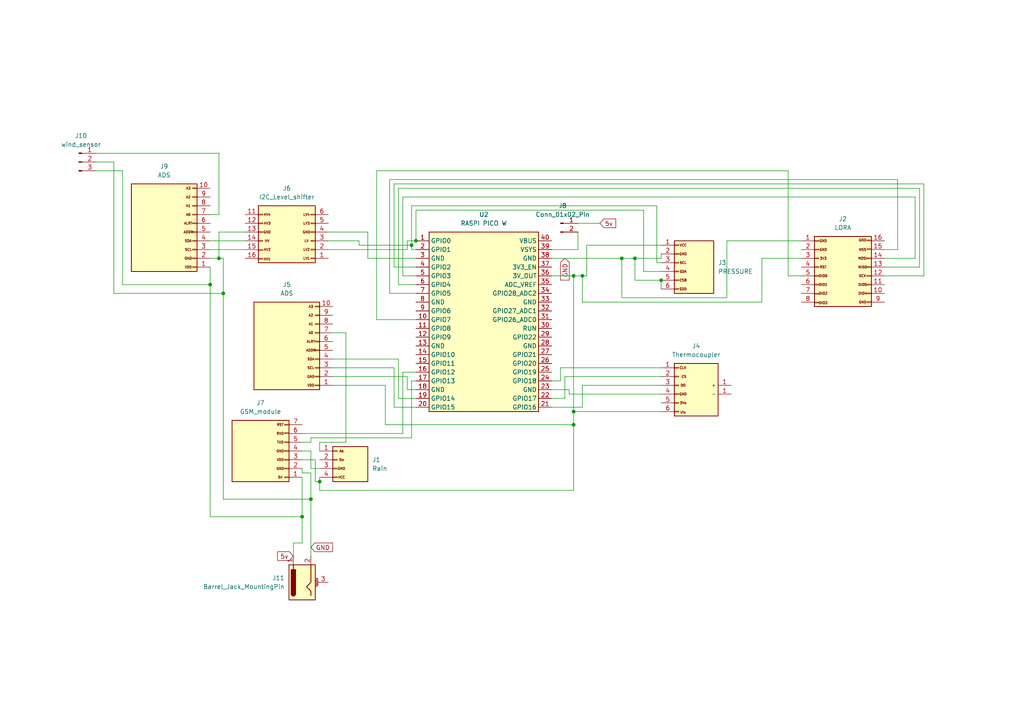
<source format=kicad_sch>
(kicad_sch
	(version 20250114)
	(generator "eeschema")
	(generator_version "9.0")
	(uuid "02eea2c5-5dd6-42fd-aeeb-0f452d907217")
	(paper "A4")
	(lib_symbols
		(symbol "Barrel_Jack_MountingPin_1"
			(pin_names
				(hide yes)
			)
			(exclude_from_sim no)
			(in_bom yes)
			(on_board yes)
			(property "Reference" "J8"
				(at 1.2701 5.08 90)
				(effects
					(font
						(size 1.27 1.27)
					)
					(justify left)
				)
			)
			(property "Value" "Barrel_Jack_MountingPin"
				(at -1.2699 5.08 90)
				(effects
					(font
						(size 1.27 1.27)
					)
					(justify left)
				)
			)
			(property "Footprint" "Connector_BarrelJack:BarrelJack_Horizontal"
				(at 1.27 -1.016 0)
				(effects
					(font
						(size 1.27 1.27)
					)
					(hide yes)
				)
			)
			(property "Datasheet" "~"
				(at 1.27 -1.016 0)
				(effects
					(font
						(size 1.27 1.27)
					)
					(hide yes)
				)
			)
			(property "Description" "DC Barrel Jack with a mounting pin"
				(at 0 0 0)
				(effects
					(font
						(size 1.27 1.27)
					)
					(hide yes)
				)
			)
			(property "ki_keywords" "DC power barrel jack connector"
				(at 0 0 0)
				(effects
					(font
						(size 1.27 1.27)
					)
					(hide yes)
				)
			)
			(property "ki_fp_filters" "BarrelJack*"
				(at 0 0 0)
				(effects
					(font
						(size 1.27 1.27)
					)
					(hide yes)
				)
			)
			(symbol "Barrel_Jack_MountingPin_1_0_1"
				(rectangle
					(start -5.08 3.81)
					(end 5.08 -3.81)
					(stroke
						(width 0.254)
						(type default)
					)
					(fill
						(type background)
					)
				)
				(polyline
					(pts
						(xy -3.81 -2.54) (xy -2.54 -2.54) (xy -1.27 -1.27) (xy 0 -2.54) (xy 2.54 -2.54) (xy 5.08 -2.54)
					)
					(stroke
						(width 0.254)
						(type default)
					)
					(fill
						(type none)
					)
				)
				(arc
					(start -3.302 1.905)
					(mid -3.9343 2.54)
					(end -3.302 3.175)
					(stroke
						(width 0.254)
						(type default)
					)
					(fill
						(type none)
					)
				)
				(arc
					(start -3.302 1.905)
					(mid -3.9343 2.54)
					(end -3.302 3.175)
					(stroke
						(width 0.254)
						(type default)
					)
					(fill
						(type outline)
					)
				)
				(rectangle
					(start 3.683 3.175)
					(end -3.302 1.905)
					(stroke
						(width 0.254)
						(type default)
					)
					(fill
						(type outline)
					)
				)
				(polyline
					(pts
						(xy 5.08 2.54) (xy 3.81 2.54)
					)
					(stroke
						(width 0.254)
						(type default)
					)
					(fill
						(type none)
					)
				)
			)
			(symbol "Barrel_Jack_MountingPin_1_1_1"
				(polyline
					(pts
						(xy -1.016 -4.572) (xy 1.016 -4.572)
					)
					(stroke
						(width 0.1524)
						(type default)
					)
					(fill
						(type none)
					)
				)
				(text "Mounting"
					(at 0 -4.191 0)
					(effects
						(font
							(size 0.381 0.381)
						)
					)
				)
				(pin passive line
					(at 0 -7.62 90)
					(length 3.048)
					(name "MountPin"
						(effects
							(font
								(size 1.27 1.27)
							)
						)
					)
					(number "3"
						(effects
							(font
								(size 1.27 1.27)
							)
						)
					)
				)
				(pin passive line
					(at 7.62 2.54 180)
					(length 2.54)
					(name "~"
						(effects
							(font
								(size 1.27 1.27)
							)
						)
					)
					(number "1"
						(effects
							(font
								(size 1.27 1.27)
							)
						)
					)
				)
				(pin passive line
					(at 7.62 -2.54 180)
					(length 2.54)
					(name "~"
						(effects
							(font
								(size 1.27 1.27)
							)
						)
					)
					(number "2"
						(effects
							(font
								(size 1.27 1.27)
							)
						)
					)
				)
			)
			(embedded_fonts no)
		)
		(symbol "Conn_01x04_1"
			(pin_names
				(offset 1.016)
				(hide yes)
			)
			(exclude_from_sim no)
			(in_bom yes)
			(on_board yes)
			(property "Reference" "J2"
				(at 13.716 -2.286 0)
				(effects
					(font
						(size 1.27 1.27)
					)
					(justify left)
				)
			)
			(property "Value" "Rain"
				(at 13.716 -4.826 0)
				(effects
					(font
						(size 1.27 1.27)
					)
					(justify left)
				)
			)
			(property "Footprint" ""
				(at 0 0 0)
				(effects
					(font
						(size 1.27 1.27)
					)
					(hide yes)
				)
			)
			(property "Datasheet" "~"
				(at 0 0 0)
				(effects
					(font
						(size 1.27 1.27)
					)
					(hide yes)
				)
			)
			(property "Description" "Generic connector, single row, 01x04, script generated (kicad-library-utils/schlib/autogen/connector/)"
				(at -0.254 6.096 0)
				(effects
					(font
						(size 1.27 1.27)
					)
					(hide yes)
				)
			)
			(property "ki_keywords" "connector"
				(at 0 0 0)
				(effects
					(font
						(size 1.27 1.27)
					)
					(hide yes)
				)
			)
			(property "ki_fp_filters" "Connector*:*_1x??_*"
				(at 0 0 0)
				(effects
					(font
						(size 1.27 1.27)
					)
					(hide yes)
				)
			)
			(symbol "Conn_01x04_1_1_1"
				(rectangle
					(start -1.27 3.81)
					(end 8.89 -6.35)
					(stroke
						(width 0.254)
						(type default)
					)
					(fill
						(type background)
					)
				)
				(rectangle
					(start -1.27 2.667)
					(end 0 2.413)
					(stroke
						(width 0.1524)
						(type default)
					)
					(fill
						(type none)
					)
				)
				(rectangle
					(start -1.27 0.127)
					(end 0 -0.127)
					(stroke
						(width 0.1524)
						(type default)
					)
					(fill
						(type none)
					)
				)
				(rectangle
					(start -1.27 -2.413)
					(end 0 -2.667)
					(stroke
						(width 0.1524)
						(type default)
					)
					(fill
						(type none)
					)
				)
				(rectangle
					(start -1.27 -4.953)
					(end 0 -5.207)
					(stroke
						(width 0.1524)
						(type default)
					)
					(fill
						(type none)
					)
				)
				(text "Ao"
					(at 1.27 2.54 0)
					(effects
						(font
							(size 0.7 0.7)
						)
					)
				)
				(text "Do"
					(at 1.27 0 0)
					(effects
						(font
							(size 0.7 0.7)
						)
					)
				)
				(text "GND"
					(at 1.27 -2.54 0)
					(effects
						(font
							(size 0.7 0.7)
						)
					)
				)
				(text "VCC"
					(at 1.27 -5.08 0)
					(effects
						(font
							(size 0.7 0.7)
						)
					)
				)
				(pin bidirectional line
					(at -5.08 2.54 0)
					(length 3.81)
					(name "Pin_1"
						(effects
							(font
								(size 1.27 1.27)
							)
						)
					)
					(number "1"
						(effects
							(font
								(size 1.27 1.27)
							)
						)
					)
				)
				(pin bidirectional line
					(at -5.08 0 0)
					(length 3.81)
					(name "Pin_2"
						(effects
							(font
								(size 1.27 1.27)
							)
						)
					)
					(number "2"
						(effects
							(font
								(size 1.27 1.27)
							)
						)
					)
				)
				(pin bidirectional line
					(at -5.08 -2.54 0)
					(length 3.81)
					(name "Pin_3"
						(effects
							(font
								(size 1.27 1.27)
							)
						)
					)
					(number "3"
						(effects
							(font
								(size 1.27 1.27)
							)
						)
					)
				)
				(pin bidirectional line
					(at -5.08 -5.08 0)
					(length 3.81)
					(name "Pin_4"
						(effects
							(font
								(size 1.27 1.27)
							)
						)
					)
					(number "4"
						(effects
							(font
								(size 1.27 1.27)
							)
						)
					)
				)
			)
			(embedded_fonts no)
		)
		(symbol "Conn_01x06_1"
			(pin_names
				(offset 1.016)
				(hide yes)
			)
			(exclude_from_sim no)
			(in_bom yes)
			(on_board yes)
			(property "Reference" "J1"
				(at 2.54 9.652 0)
				(effects
					(font
						(size 1.27 1.27)
					)
					(justify left)
				)
			)
			(property "Value" "PRESSURE"
				(at -0.254 7.366 0)
				(effects
					(font
						(size 1.27 1.27)
					)
					(justify left)
				)
			)
			(property "Footprint" ""
				(at 0 0 0)
				(effects
					(font
						(size 1.27 1.27)
					)
					(hide yes)
				)
			)
			(property "Datasheet" "~"
				(at 0 0 0)
				(effects
					(font
						(size 1.27 1.27)
					)
					(hide yes)
				)
			)
			(property "Description" "Generic connector, single row, 01x06, script generated (kicad-library-utils/schlib/autogen/connector/)"
				(at 0 -10.16 0)
				(effects
					(font
						(size 1.27 1.27)
					)
					(hide yes)
				)
			)
			(property "ki_keywords" "connector"
				(at 0 0 0)
				(effects
					(font
						(size 1.27 1.27)
					)
					(hide yes)
				)
			)
			(property "ki_fp_filters" "Connector*:*_1x??_*"
				(at 0 0 0)
				(effects
					(font
						(size 1.27 1.27)
					)
					(hide yes)
				)
			)
			(symbol "Conn_01x06_1_1_1"
				(rectangle
					(start -1.27 6.35)
					(end 10.16 -8.89)
					(stroke
						(width 0.254)
						(type default)
					)
					(fill
						(type background)
					)
				)
				(rectangle
					(start -1.27 5.207)
					(end 0 4.953)
					(stroke
						(width 0.1524)
						(type default)
					)
					(fill
						(type none)
					)
				)
				(rectangle
					(start -1.27 2.667)
					(end 0 2.413)
					(stroke
						(width 0.1524)
						(type default)
					)
					(fill
						(type none)
					)
				)
				(rectangle
					(start -1.27 0.127)
					(end 0 -0.127)
					(stroke
						(width 0.1524)
						(type default)
					)
					(fill
						(type none)
					)
				)
				(rectangle
					(start -1.27 -2.413)
					(end 0 -2.667)
					(stroke
						(width 0.1524)
						(type default)
					)
					(fill
						(type none)
					)
				)
				(rectangle
					(start -1.27 -4.953)
					(end 0 -5.207)
					(stroke
						(width 0.1524)
						(type default)
					)
					(fill
						(type none)
					)
				)
				(rectangle
					(start -1.27 -7.493)
					(end 0 -7.747)
					(stroke
						(width 0.1524)
						(type default)
					)
					(fill
						(type none)
					)
				)
				(text "VCC"
					(at 1.27 5.08 0)
					(effects
						(font
							(size 0.7 0.7)
						)
					)
				)
				(text "GND"
					(at 1.27 2.54 0)
					(effects
						(font
							(size 0.7 0.7)
						)
					)
				)
				(text "SCL\n"
					(at 1.27 0 0)
					(effects
						(font
							(size 0.7 0.7)
						)
					)
				)
				(text "SDA"
					(at 1.27 -2.54 0)
					(effects
						(font
							(size 0.7 0.7)
						)
					)
				)
				(text "CSB"
					(at 1.27 -5.08 0)
					(effects
						(font
							(size 0.7 0.7)
						)
					)
				)
				(text "SDD"
					(at 1.27 -7.62 0)
					(effects
						(font
							(size 0.7 0.7)
						)
					)
				)
				(pin bidirectional line
					(at -5.08 5.08 0)
					(length 3.81)
					(name "Pin_1"
						(effects
							(font
								(size 1.27 1.27)
							)
						)
					)
					(number "1"
						(effects
							(font
								(size 1.27 1.27)
							)
						)
					)
				)
				(pin bidirectional line
					(at -5.08 2.54 0)
					(length 3.81)
					(name "Pin_2"
						(effects
							(font
								(size 1.27 1.27)
							)
						)
					)
					(number "2"
						(effects
							(font
								(size 1.27 1.27)
							)
						)
					)
				)
				(pin bidirectional line
					(at -5.08 0 0)
					(length 3.81)
					(name "Pin_3"
						(effects
							(font
								(size 1.27 1.27)
							)
						)
					)
					(number "3"
						(effects
							(font
								(size 1.27 1.27)
							)
						)
					)
				)
				(pin bidirectional line
					(at -5.08 -2.54 0)
					(length 3.81)
					(name "Pin_4"
						(effects
							(font
								(size 1.27 1.27)
							)
						)
					)
					(number "4"
						(effects
							(font
								(size 1.27 1.27)
							)
						)
					)
				)
				(pin bidirectional line
					(at -5.08 -5.08 0)
					(length 3.81)
					(name "Pin_5"
						(effects
							(font
								(size 1.27 1.27)
							)
						)
					)
					(number "5"
						(effects
							(font
								(size 1.27 1.27)
							)
						)
					)
				)
				(pin bidirectional line
					(at -5.08 -7.62 0)
					(length 3.81)
					(name "SDD"
						(effects
							(font
								(size 1.27 1.27)
							)
						)
					)
					(number "6"
						(effects
							(font
								(size 1.27 1.27)
							)
						)
					)
				)
			)
			(embedded_fonts no)
		)
		(symbol "Conn_01x06_2"
			(pin_names
				(offset 1.016)
				(hide yes)
			)
			(exclude_from_sim no)
			(in_bom yes)
			(on_board yes)
			(property "Reference" "J1"
				(at -5.842 -9.906 0)
				(effects
					(font
						(size 1.27 1.27)
					)
					(justify left)
				)
			)
			(property "Value" "Conn_01x06"
				(at 2.286 -11.176 0)
				(effects
					(font
						(size 1.27 1.27)
					)
					(justify left)
				)
			)
			(property "Footprint" ""
				(at 0 0 0)
				(effects
					(font
						(size 1.27 1.27)
					)
					(hide yes)
				)
			)
			(property "Datasheet" "~"
				(at 0 0 0)
				(effects
					(font
						(size 1.27 1.27)
					)
					(hide yes)
				)
			)
			(property "Description" "Generic connector, single row, 01x06, script generated (kicad-library-utils/schlib/autogen/connector/)"
				(at 0.762 9.144 0)
				(effects
					(font
						(size 1.27 1.27)
					)
					(hide yes)
				)
			)
			(property "ki_keywords" "connector"
				(at 0 0 0)
				(effects
					(font
						(size 1.27 1.27)
					)
					(hide yes)
				)
			)
			(property "ki_fp_filters" "Connector*:*_1x??_*"
				(at 0 0 0)
				(effects
					(font
						(size 1.27 1.27)
					)
					(hide yes)
				)
			)
			(symbol "Conn_01x06_2_1_1"
				(rectangle
					(start -1.27 6.35)
					(end 11.43 -8.89)
					(stroke
						(width 0.254)
						(type default)
					)
					(fill
						(type background)
					)
				)
				(rectangle
					(start -1.27 5.207)
					(end 0 4.953)
					(stroke
						(width 0.1524)
						(type default)
					)
					(fill
						(type none)
					)
				)
				(rectangle
					(start -1.27 2.667)
					(end 0 2.413)
					(stroke
						(width 0.1524)
						(type default)
					)
					(fill
						(type none)
					)
				)
				(rectangle
					(start -1.27 0.127)
					(end 0 -0.127)
					(stroke
						(width 0.1524)
						(type default)
					)
					(fill
						(type none)
					)
				)
				(rectangle
					(start -1.27 -2.413)
					(end 0 -2.667)
					(stroke
						(width 0.1524)
						(type default)
					)
					(fill
						(type none)
					)
				)
				(rectangle
					(start -1.27 -4.953)
					(end 0 -5.207)
					(stroke
						(width 0.1524)
						(type default)
					)
					(fill
						(type none)
					)
				)
				(rectangle
					(start -1.27 -7.493)
					(end 0 -7.747)
					(stroke
						(width 0.1524)
						(type default)
					)
					(fill
						(type none)
					)
				)
				(text "CLK"
					(at 1.27 5.08 0)
					(effects
						(font
							(size 0.7 0.7)
						)
					)
				)
				(text "DO"
					(at 1.27 0 0)
					(effects
						(font
							(size 0.7 0.7)
						)
					)
				)
				(text "GND"
					(at 1.27 -2.54 0)
					(effects
						(font
							(size 0.7 0.7)
						)
					)
				)
				(text "3Vo"
					(at 1.27 -5.08 0)
					(effects
						(font
							(size 0.7 0.7)
						)
					)
				)
				(text "Vin"
					(at 1.27 -7.874 0)
					(effects
						(font
							(size 0.7 0.7)
						)
					)
				)
				(text "CS"
					(at 1.524 2.54 0)
					(effects
						(font
							(size 0.7 0.7)
						)
					)
				)
				(text "+"
					(at 10.16 0 0)
					(effects
						(font
							(size 0.7 0.7)
						)
					)
				)
				(text "-"
					(at 10.16 -2.54 0)
					(effects
						(font
							(size 0.7 0.7)
						)
					)
				)
				(pin bidirectional line
					(at -5.08 5.08 0)
					(length 3.81)
					(name "Pin_1"
						(effects
							(font
								(size 1.27 1.27)
							)
						)
					)
					(number "1"
						(effects
							(font
								(size 1.27 1.27)
							)
						)
					)
				)
				(pin bidirectional line
					(at -5.08 2.54 0)
					(length 3.81)
					(name "Pin_2"
						(effects
							(font
								(size 1.27 1.27)
							)
						)
					)
					(number "2"
						(effects
							(font
								(size 1.27 1.27)
							)
						)
					)
				)
				(pin bidirectional line
					(at -5.08 0 0)
					(length 3.81)
					(name "Pin_3"
						(effects
							(font
								(size 1.27 1.27)
							)
						)
					)
					(number "3"
						(effects
							(font
								(size 1.27 1.27)
							)
						)
					)
				)
				(pin bidirectional line
					(at -5.08 -2.54 0)
					(length 3.81)
					(name "Pin_4"
						(effects
							(font
								(size 1.27 1.27)
							)
						)
					)
					(number "4"
						(effects
							(font
								(size 1.27 1.27)
							)
						)
					)
				)
				(pin bidirectional line
					(at -5.08 -5.08 0)
					(length 3.81)
					(name "Pin_5"
						(effects
							(font
								(size 1.27 1.27)
							)
						)
					)
					(number "5"
						(effects
							(font
								(size 1.27 1.27)
							)
						)
					)
				)
				(pin bidirectional line
					(at -5.08 -7.62 0)
					(length 3.81)
					(name "Pin_6"
						(effects
							(font
								(size 1.27 1.27)
							)
						)
					)
					(number "6"
						(effects
							(font
								(size 1.27 1.27)
							)
						)
					)
				)
				(pin bidirectional line
					(at 15.24 0 180)
					(length 3.81)
					(name "Pin_1"
						(effects
							(font
								(size 1.27 1.27)
							)
						)
					)
					(number "1"
						(effects
							(font
								(size 1.27 1.27)
							)
						)
					)
				)
				(pin bidirectional line
					(at 15.24 -2.54 180)
					(length 3.81)
					(name "Pin_1"
						(effects
							(font
								(size 1.27 1.27)
							)
						)
					)
					(number "1"
						(effects
							(font
								(size 1.27 1.27)
							)
						)
					)
				)
			)
			(embedded_fonts no)
		)
		(symbol "Conn_01x06_3"
			(pin_names
				(offset 1.016)
				(hide yes)
			)
			(exclude_from_sim no)
			(in_bom yes)
			(on_board yes)
			(property "Reference" "J3"
				(at 18.796 13.208 0)
				(effects
					(font
						(size 1.27 1.27)
					)
					(justify left)
				)
			)
			(property "Value" "I2C_Level_shifter"
				(at 16.764 11.176 0)
				(effects
					(font
						(size 1.27 1.27)
					)
					(justify left)
				)
			)
			(property "Footprint" "CSIS_LIB:BARO"
				(at 0 0 0)
				(effects
					(font
						(size 1.27 1.27)
					)
					(hide yes)
				)
			)
			(property "Datasheet" "~"
				(at 0 0 0)
				(effects
					(font
						(size 1.27 1.27)
					)
					(hide yes)
				)
			)
			(property "Description" "Generic connector, single row, 01x06, script generated (kicad-library-utils/schlib/autogen/connector/)"
				(at 1.016 -21.082 0)
				(effects
					(font
						(size 1.27 1.27)
					)
					(hide yes)
				)
			)
			(property "ki_keywords" "connector"
				(at 0 0 0)
				(effects
					(font
						(size 1.27 1.27)
					)
					(hide yes)
				)
			)
			(property "ki_fp_filters" "Connector*:*_1x??_*"
				(at 0 0 0)
				(effects
					(font
						(size 1.27 1.27)
					)
					(hide yes)
				)
			)
			(symbol "Conn_01x06_3_1_1"
				(rectangle
					(start -1.27 6.35)
					(end 15.24 -10.16)
					(stroke
						(width 0.254)
						(type default)
					)
					(fill
						(type background)
					)
				)
				(rectangle
					(start -1.27 5.207)
					(end 0 4.953)
					(stroke
						(width 0.1524)
						(type default)
					)
					(fill
						(type none)
					)
				)
				(rectangle
					(start -1.27 2.667)
					(end 0 2.413)
					(stroke
						(width 0.1524)
						(type default)
					)
					(fill
						(type none)
					)
				)
				(rectangle
					(start -1.27 0.127)
					(end 0 -0.127)
					(stroke
						(width 0.1524)
						(type default)
					)
					(fill
						(type none)
					)
				)
				(rectangle
					(start -1.27 -2.413)
					(end 0 -2.667)
					(stroke
						(width 0.1524)
						(type default)
					)
					(fill
						(type none)
					)
				)
				(rectangle
					(start -1.27 -4.953)
					(end 0 -5.207)
					(stroke
						(width 0.1524)
						(type default)
					)
					(fill
						(type none)
					)
				)
				(rectangle
					(start -1.27 -7.493)
					(end 0 -7.747)
					(stroke
						(width 0.1524)
						(type default)
					)
					(fill
						(type none)
					)
				)
				(rectangle
					(start 15.24 5.08)
					(end 13.97 5.334)
					(stroke
						(width 0.1524)
						(type default)
					)
					(fill
						(type none)
					)
				)
				(rectangle
					(start 15.24 2.54)
					(end 13.97 2.794)
					(stroke
						(width 0.1524)
						(type default)
					)
					(fill
						(type none)
					)
				)
				(rectangle
					(start 15.24 -0.127)
					(end 13.97 0.127)
					(stroke
						(width 0.1524)
						(type default)
					)
					(fill
						(type none)
					)
				)
				(rectangle
					(start 15.24 -2.667)
					(end 13.97 -2.413)
					(stroke
						(width 0.1524)
						(type default)
					)
					(fill
						(type none)
					)
				)
				(rectangle
					(start 15.24 -5.207)
					(end 13.97 -4.953)
					(stroke
						(width 0.1524)
						(type default)
					)
					(fill
						(type none)
					)
				)
				(rectangle
					(start 15.24 -7.747)
					(end 13.97 -7.493)
					(stroke
						(width 0.1524)
						(type default)
					)
					(fill
						(type none)
					)
				)
				(text "LV1"
					(at 1.27 5.08 0)
					(effects
						(font
							(size 0.7 0.7)
						)
					)
				)
				(text "LV2"
					(at 1.27 2.54 0)
					(effects
						(font
							(size 0.7 0.7)
						)
					)
				)
				(text "LV"
					(at 1.27 0 0)
					(effects
						(font
							(size 0.7 0.7)
						)
					)
				)
				(text "GND"
					(at 1.27 -2.54 0)
					(effects
						(font
							(size 0.7 0.7)
						)
					)
				)
				(text "LV3"
					(at 1.27 -5.08 0)
					(effects
						(font
							(size 0.7 0.7)
						)
					)
				)
				(text "LV4"
					(at 1.27 -7.62 0)
					(effects
						(font
							(size 0.7 0.7)
						)
					)
				)
				(text "HV2"
					(at 12.7 2.54 0)
					(effects
						(font
							(size 0.7 0.7)
						)
					)
				)
				(text "HV"
					(at 12.7 0 0)
					(effects
						(font
							(size 0.7 0.7)
						)
					)
				)
				(text "GND"
					(at 12.7 -2.54 0)
					(effects
						(font
							(size 0.7 0.7)
						)
					)
				)
				(text "HV3"
					(at 12.7 -5.08 0)
					(effects
						(font
							(size 0.7 0.7)
						)
					)
				)
				(text "HV4"
					(at 12.7 -7.62 0)
					(effects
						(font
							(size 0.7 0.7)
						)
					)
				)
				(text "HV1"
					(at 12.7119 5.2986 0)
					(effects
						(font
							(size 0.7 0.7)
						)
					)
				)
				(pin bidirectional line
					(at -5.08 5.08 0)
					(length 3.81)
					(name "Pin_1"
						(effects
							(font
								(size 1.27 1.27)
							)
						)
					)
					(number "1"
						(effects
							(font
								(size 1.27 1.27)
							)
						)
					)
				)
				(pin bidirectional line
					(at -5.08 2.54 0)
					(length 3.81)
					(name "Pin_2"
						(effects
							(font
								(size 1.27 1.27)
							)
						)
					)
					(number "2"
						(effects
							(font
								(size 1.27 1.27)
							)
						)
					)
				)
				(pin bidirectional line
					(at -5.08 0 0)
					(length 3.81)
					(name "Pin_3"
						(effects
							(font
								(size 1.27 1.27)
							)
						)
					)
					(number "3"
						(effects
							(font
								(size 1.27 1.27)
							)
						)
					)
				)
				(pin bidirectional line
					(at -5.08 -2.54 0)
					(length 3.81)
					(name "Pin_4"
						(effects
							(font
								(size 1.27 1.27)
							)
						)
					)
					(number "4"
						(effects
							(font
								(size 1.27 1.27)
							)
						)
					)
				)
				(pin bidirectional line
					(at -5.08 -5.08 0)
					(length 3.81)
					(name "Pin_5"
						(effects
							(font
								(size 1.27 1.27)
							)
						)
					)
					(number "5"
						(effects
							(font
								(size 1.27 1.27)
							)
						)
					)
				)
				(pin bidirectional line
					(at -5.08 -7.62 0)
					(length 3.81)
					(name "SDD"
						(effects
							(font
								(size 1.27 1.27)
							)
						)
					)
					(number "6"
						(effects
							(font
								(size 1.27 1.27)
							)
						)
					)
				)
				(pin bidirectional line
					(at 19.05 5.08 180)
					(length 3.81)
					(name "SDD"
						(effects
							(font
								(size 1.27 1.27)
							)
						)
					)
					(number "16"
						(effects
							(font
								(size 1.27 1.27)
							)
						)
					)
				)
				(pin bidirectional line
					(at 19.05 2.54 180)
					(length 3.81)
					(name "SDD"
						(effects
							(font
								(size 1.27 1.27)
							)
						)
					)
					(number "15"
						(effects
							(font
								(size 1.27 1.27)
							)
						)
					)
				)
				(pin bidirectional line
					(at 19.05 0 180)
					(length 3.81)
					(name "SDD"
						(effects
							(font
								(size 1.27 1.27)
							)
						)
					)
					(number "14"
						(effects
							(font
								(size 1.27 1.27)
							)
						)
					)
				)
				(pin bidirectional line
					(at 19.05 -2.54 180)
					(length 3.81)
					(name "Pin_5"
						(effects
							(font
								(size 1.27 1.27)
							)
						)
					)
					(number "13"
						(effects
							(font
								(size 1.27 1.27)
							)
						)
					)
				)
				(pin bidirectional line
					(at 19.05 -5.08 180)
					(length 3.81)
					(name "Pin_4"
						(effects
							(font
								(size 1.27 1.27)
							)
						)
					)
					(number "12"
						(effects
							(font
								(size 1.27 1.27)
							)
						)
					)
				)
				(pin bidirectional line
					(at 19.05 -7.62 180)
					(length 3.81)
					(name "Pin_3"
						(effects
							(font
								(size 1.27 1.27)
							)
						)
					)
					(number "11"
						(effects
							(font
								(size 1.27 1.27)
							)
						)
					)
				)
			)
			(embedded_fonts no)
		)
		(symbol "Conn_01x06_4"
			(pin_names
				(offset 1.016)
				(hide yes)
			)
			(exclude_from_sim no)
			(in_bom yes)
			(on_board yes)
			(property "Reference" "J3"
				(at 18.796 13.208 0)
				(effects
					(font
						(size 1.27 1.27)
					)
					(justify left)
				)
			)
			(property "Value" "GSM_module"
				(at 16.764 11.176 0)
				(effects
					(font
						(size 1.27 1.27)
					)
					(justify left)
				)
			)
			(property "Footprint" "CSIS_LIB:BARO"
				(at -0.762 10.414 0)
				(effects
					(font
						(size 1.27 1.27)
					)
					(hide yes)
				)
			)
			(property "Datasheet" "~"
				(at 0 0 0)
				(effects
					(font
						(size 1.27 1.27)
					)
					(hide yes)
				)
			)
			(property "Description" "Generic connector, single row, 01x06, script generated (kicad-library-utils/schlib/autogen/connector/)"
				(at 1.016 -21.082 0)
				(effects
					(font
						(size 1.27 1.27)
					)
					(hide yes)
				)
			)
			(property "ki_keywords" "connector"
				(at 0 0 0)
				(effects
					(font
						(size 1.27 1.27)
					)
					(hide yes)
				)
			)
			(property "ki_fp_filters" "Connector*:*_1x??_*"
				(at 0 0 0)
				(effects
					(font
						(size 1.27 1.27)
					)
					(hide yes)
				)
			)
			(symbol "Conn_01x06_4_1_1"
				(rectangle
					(start -1.27 6.35)
					(end 15.24 -11.43)
					(stroke
						(width 0.254)
						(type default)
					)
					(fill
						(type background)
					)
				)
				(rectangle
					(start -1.27 5.207)
					(end 0 4.953)
					(stroke
						(width 0.1524)
						(type default)
					)
					(fill
						(type none)
					)
				)
				(rectangle
					(start -1.27 2.667)
					(end 0 2.413)
					(stroke
						(width 0.1524)
						(type default)
					)
					(fill
						(type none)
					)
				)
				(rectangle
					(start -1.27 0.127)
					(end 0 -0.127)
					(stroke
						(width 0.1524)
						(type default)
					)
					(fill
						(type none)
					)
				)
				(rectangle
					(start -1.27 -2.413)
					(end 0 -2.667)
					(stroke
						(width 0.1524)
						(type default)
					)
					(fill
						(type none)
					)
				)
				(rectangle
					(start -1.27 -4.953)
					(end 0 -5.207)
					(stroke
						(width 0.1524)
						(type default)
					)
					(fill
						(type none)
					)
				)
				(rectangle
					(start -1.27 -7.62)
					(end 0 -7.874)
					(stroke
						(width 0.1524)
						(type default)
					)
					(fill
						(type none)
					)
				)
				(rectangle
					(start -1.27 -10.033)
					(end 0 -10.287)
					(stroke
						(width 0.1524)
						(type default)
					)
					(fill
						(type none)
					)
				)
				(text "5V"
					(at 1.27 5.08 0)
					(effects
						(font
							(size 0.7 0.7)
						)
					)
				)
				(text "GND"
					(at 1.27 2.54 0)
					(effects
						(font
							(size 0.7 0.7)
						)
					)
				)
				(text "VDD"
					(at 1.27 0 0)
					(effects
						(font
							(size 0.7 0.7)
						)
					)
				)
				(text "GND"
					(at 1.27 -2.54 0)
					(effects
						(font
							(size 0.7 0.7)
						)
					)
				)
				(text "TXD"
					(at 1.27 -5.08 0)
					(effects
						(font
							(size 0.7 0.7)
						)
					)
				)
				(text "RXD"
					(at 1.27 -7.62 0)
					(effects
						(font
							(size 0.7 0.7)
						)
					)
				)
				(text "RST"
					(at 1.27 -10.16 0)
					(effects
						(font
							(size 0.7 0.7)
						)
					)
				)
				(pin bidirectional line
					(at -5.08 5.08 0)
					(length 3.81)
					(name "Pin_1"
						(effects
							(font
								(size 1.27 1.27)
							)
						)
					)
					(number "1"
						(effects
							(font
								(size 1.27 1.27)
							)
						)
					)
				)
				(pin bidirectional line
					(at -5.08 2.54 0)
					(length 3.81)
					(name "Pin_2"
						(effects
							(font
								(size 1.27 1.27)
							)
						)
					)
					(number "2"
						(effects
							(font
								(size 1.27 1.27)
							)
						)
					)
				)
				(pin bidirectional line
					(at -5.08 0 0)
					(length 3.81)
					(name "Pin_3"
						(effects
							(font
								(size 1.27 1.27)
							)
						)
					)
					(number "3"
						(effects
							(font
								(size 1.27 1.27)
							)
						)
					)
				)
				(pin bidirectional line
					(at -5.08 -2.54 0)
					(length 3.81)
					(name "Pin_4"
						(effects
							(font
								(size 1.27 1.27)
							)
						)
					)
					(number "4"
						(effects
							(font
								(size 1.27 1.27)
							)
						)
					)
				)
				(pin bidirectional line
					(at -5.08 -5.08 0)
					(length 3.81)
					(name "Pin_5"
						(effects
							(font
								(size 1.27 1.27)
							)
						)
					)
					(number "5"
						(effects
							(font
								(size 1.27 1.27)
							)
						)
					)
				)
				(pin bidirectional line
					(at -5.08 -7.62 0)
					(length 3.81)
					(name "SDD"
						(effects
							(font
								(size 1.27 1.27)
							)
						)
					)
					(number "6"
						(effects
							(font
								(size 1.27 1.27)
							)
						)
					)
				)
				(pin bidirectional line
					(at -5.08 -10.16 0)
					(length 3.81)
					(name "SDD"
						(effects
							(font
								(size 1.27 1.27)
							)
						)
					)
					(number "7"
						(effects
							(font
								(size 1.27 1.27)
							)
						)
					)
				)
			)
			(embedded_fonts no)
		)
		(symbol "Conn_01x10_1"
			(pin_names
				(offset 1.016)
				(hide yes)
			)
			(exclude_from_sim no)
			(in_bom yes)
			(on_board yes)
			(property "Reference" "J2"
				(at 19.558 -4.572 0)
				(effects
					(font
						(size 1.27 1.27)
					)
					(justify left)
				)
			)
			(property "Value" "ADS"
				(at 19.558 -7.112 0)
				(effects
					(font
						(size 1.27 1.27)
					)
					(justify left)
				)
			)
			(property "Footprint" ""
				(at 0 0 0)
				(effects
					(font
						(size 1.27 1.27)
					)
					(hide yes)
				)
			)
			(property "Datasheet" "~"
				(at 0 0 0)
				(effects
					(font
						(size 1.27 1.27)
					)
					(hide yes)
				)
			)
			(property "Description" "Generic connector, single row, 01x10, script generated (kicad-library-utils/schlib/autogen/connector/)"
				(at 1.778 13.462 0)
				(effects
					(font
						(size 1.27 1.27)
					)
					(hide yes)
				)
			)
			(property "ki_keywords" "connector"
				(at 0 0 0)
				(effects
					(font
						(size 1.27 1.27)
					)
					(hide yes)
				)
			)
			(property "ki_fp_filters" "Connector*:*_1x??_*"
				(at 0 0 0)
				(effects
					(font
						(size 1.27 1.27)
					)
					(hide yes)
				)
			)
			(symbol "Conn_01x10_1_1_1"
				(rectangle
					(start -1.27 11.43)
					(end 17.78 -13.97)
					(stroke
						(width 0.254)
						(type default)
					)
					(fill
						(type background)
					)
				)
				(rectangle
					(start -1.27 10.287)
					(end 0 10.033)
					(stroke
						(width 0.1524)
						(type default)
					)
					(fill
						(type none)
					)
				)
				(rectangle
					(start -1.27 7.747)
					(end 0 7.493)
					(stroke
						(width 0.1524)
						(type default)
					)
					(fill
						(type none)
					)
				)
				(rectangle
					(start -1.27 5.207)
					(end 0 4.953)
					(stroke
						(width 0.1524)
						(type default)
					)
					(fill
						(type none)
					)
				)
				(rectangle
					(start -1.27 2.667)
					(end 0 2.413)
					(stroke
						(width 0.1524)
						(type default)
					)
					(fill
						(type none)
					)
				)
				(rectangle
					(start -1.27 0.127)
					(end 0 -0.127)
					(stroke
						(width 0.1524)
						(type default)
					)
					(fill
						(type none)
					)
				)
				(rectangle
					(start -1.27 -2.413)
					(end 0 -2.667)
					(stroke
						(width 0.1524)
						(type default)
					)
					(fill
						(type none)
					)
				)
				(rectangle
					(start -1.27 -4.953)
					(end 0 -5.207)
					(stroke
						(width 0.1524)
						(type default)
					)
					(fill
						(type none)
					)
				)
				(rectangle
					(start -1.27 -7.493)
					(end 0 -7.747)
					(stroke
						(width 0.1524)
						(type default)
					)
					(fill
						(type none)
					)
				)
				(rectangle
					(start -1.27 -10.033)
					(end 0 -10.287)
					(stroke
						(width 0.1524)
						(type default)
					)
					(fill
						(type none)
					)
				)
				(rectangle
					(start -1.27 -12.573)
					(end 0 -12.827)
					(stroke
						(width 0.1524)
						(type default)
					)
					(fill
						(type none)
					)
				)
				(text "VDD"
					(at 1.27 10.16 0)
					(effects
						(font
							(size 0.7 0.7)
						)
					)
				)
				(text "GND"
					(at 1.27 7.62 0)
					(effects
						(font
							(size 0.7 0.7)
						)
					)
				)
				(text "SCL"
					(at 1.27 5.08 0)
					(effects
						(font
							(size 0.7 0.7)
						)
					)
				)
				(text "SDA"
					(at 1.27 2.54 0)
					(effects
						(font
							(size 0.7 0.7)
						)
					)
				)
				(text "ADDR"
					(at 1.27 0 0)
					(effects
						(font
							(size 0.7 0.7)
						)
					)
				)
				(text "ALRT"
					(at 1.27 -2.54 0)
					(effects
						(font
							(size 0.7 0.7)
						)
					)
				)
				(text "A0"
					(at 1.27 -5.08 0)
					(effects
						(font
							(size 0.7 0.7)
						)
					)
				)
				(text "A1"
					(at 1.27 -7.62 0)
					(effects
						(font
							(size 0.7 0.7)
						)
					)
				)
				(text "A2"
					(at 1.27 -10.16 0)
					(effects
						(font
							(size 0.7 0.7)
						)
					)
				)
				(text "A3"
					(at 1.27 -12.7 0)
					(effects
						(font
							(size 0.7 0.7)
						)
					)
				)
				(pin bidirectional line
					(at -5.08 10.16 0)
					(length 3.81)
					(name "Pin_1"
						(effects
							(font
								(size 1.27 1.27)
							)
						)
					)
					(number "1"
						(effects
							(font
								(size 1.27 1.27)
							)
						)
					)
				)
				(pin bidirectional line
					(at -5.08 7.62 0)
					(length 3.81)
					(name "Pin_2"
						(effects
							(font
								(size 1.27 1.27)
							)
						)
					)
					(number "2"
						(effects
							(font
								(size 1.27 1.27)
							)
						)
					)
				)
				(pin bidirectional line
					(at -5.08 5.08 0)
					(length 3.81)
					(name "Pin_3"
						(effects
							(font
								(size 1.27 1.27)
							)
						)
					)
					(number "3"
						(effects
							(font
								(size 1.27 1.27)
							)
						)
					)
				)
				(pin bidirectional line
					(at -5.08 2.54 0)
					(length 3.81)
					(name "Pin_4"
						(effects
							(font
								(size 1.27 1.27)
							)
						)
					)
					(number "4"
						(effects
							(font
								(size 1.27 1.27)
							)
						)
					)
				)
				(pin bidirectional line
					(at -5.08 0 0)
					(length 3.81)
					(name "Pin_5"
						(effects
							(font
								(size 1.27 1.27)
							)
						)
					)
					(number "5"
						(effects
							(font
								(size 1.27 1.27)
							)
						)
					)
				)
				(pin bidirectional line
					(at -5.08 -2.54 0)
					(length 3.81)
					(name "Pin_6"
						(effects
							(font
								(size 1.27 1.27)
							)
						)
					)
					(number "6"
						(effects
							(font
								(size 1.27 1.27)
							)
						)
					)
				)
				(pin bidirectional line
					(at -5.08 -5.08 0)
					(length 3.81)
					(name "Pin_7"
						(effects
							(font
								(size 1.27 1.27)
							)
						)
					)
					(number "7"
						(effects
							(font
								(size 1.27 1.27)
							)
						)
					)
				)
				(pin bidirectional line
					(at -5.08 -7.62 0)
					(length 3.81)
					(name "Pin_8"
						(effects
							(font
								(size 1.27 1.27)
							)
						)
					)
					(number "8"
						(effects
							(font
								(size 1.27 1.27)
							)
						)
					)
				)
				(pin bidirectional line
					(at -5.08 -10.16 0)
					(length 3.81)
					(name "Pin_9"
						(effects
							(font
								(size 1.27 1.27)
							)
						)
					)
					(number "9"
						(effects
							(font
								(size 1.27 1.27)
							)
						)
					)
				)
				(pin bidirectional line
					(at -5.08 -12.7 0)
					(length 3.81)
					(name "Pin_10"
						(effects
							(font
								(size 1.27 1.27)
							)
						)
					)
					(number "10"
						(effects
							(font
								(size 1.27 1.27)
							)
						)
					)
				)
			)
			(embedded_fonts no)
		)
		(symbol "Connector:Conn_01x02_Pin"
			(pin_names
				(offset 1.016)
				(hide yes)
			)
			(exclude_from_sim no)
			(in_bom yes)
			(on_board yes)
			(property "Reference" "J"
				(at 0 2.54 0)
				(effects
					(font
						(size 1.27 1.27)
					)
				)
			)
			(property "Value" "Conn_01x02_Pin"
				(at 0 -5.08 0)
				(effects
					(font
						(size 1.27 1.27)
					)
				)
			)
			(property "Footprint" ""
				(at 0 0 0)
				(effects
					(font
						(size 1.27 1.27)
					)
					(hide yes)
				)
			)
			(property "Datasheet" "~"
				(at 0 0 0)
				(effects
					(font
						(size 1.27 1.27)
					)
					(hide yes)
				)
			)
			(property "Description" "Generic connector, single row, 01x02, script generated"
				(at 0 0 0)
				(effects
					(font
						(size 1.27 1.27)
					)
					(hide yes)
				)
			)
			(property "ki_locked" ""
				(at 0 0 0)
				(effects
					(font
						(size 1.27 1.27)
					)
				)
			)
			(property "ki_keywords" "connector"
				(at 0 0 0)
				(effects
					(font
						(size 1.27 1.27)
					)
					(hide yes)
				)
			)
			(property "ki_fp_filters" "Connector*:*_1x??_*"
				(at 0 0 0)
				(effects
					(font
						(size 1.27 1.27)
					)
					(hide yes)
				)
			)
			(symbol "Conn_01x02_Pin_1_1"
				(rectangle
					(start 0.8636 0.127)
					(end 0 -0.127)
					(stroke
						(width 0.1524)
						(type default)
					)
					(fill
						(type outline)
					)
				)
				(rectangle
					(start 0.8636 -2.413)
					(end 0 -2.667)
					(stroke
						(width 0.1524)
						(type default)
					)
					(fill
						(type outline)
					)
				)
				(polyline
					(pts
						(xy 1.27 0) (xy 0.8636 0)
					)
					(stroke
						(width 0.1524)
						(type default)
					)
					(fill
						(type none)
					)
				)
				(polyline
					(pts
						(xy 1.27 -2.54) (xy 0.8636 -2.54)
					)
					(stroke
						(width 0.1524)
						(type default)
					)
					(fill
						(type none)
					)
				)
				(pin passive line
					(at 5.08 0 180)
					(length 3.81)
					(name "Pin_1"
						(effects
							(font
								(size 1.27 1.27)
							)
						)
					)
					(number "1"
						(effects
							(font
								(size 1.27 1.27)
							)
						)
					)
				)
				(pin passive line
					(at 5.08 -2.54 180)
					(length 3.81)
					(name "Pin_2"
						(effects
							(font
								(size 1.27 1.27)
							)
						)
					)
					(number "2"
						(effects
							(font
								(size 1.27 1.27)
							)
						)
					)
				)
			)
			(embedded_fonts no)
		)
		(symbol "Connector:Conn_01x03_Pin"
			(pin_names
				(offset 1.016)
				(hide yes)
			)
			(exclude_from_sim no)
			(in_bom yes)
			(on_board yes)
			(property "Reference" "J"
				(at 0 5.08 0)
				(effects
					(font
						(size 1.27 1.27)
					)
				)
			)
			(property "Value" "Conn_01x03_Pin"
				(at 0 -5.08 0)
				(effects
					(font
						(size 1.27 1.27)
					)
				)
			)
			(property "Footprint" ""
				(at 0 0 0)
				(effects
					(font
						(size 1.27 1.27)
					)
					(hide yes)
				)
			)
			(property "Datasheet" "~"
				(at 0 0 0)
				(effects
					(font
						(size 1.27 1.27)
					)
					(hide yes)
				)
			)
			(property "Description" "Generic connector, single row, 01x03, script generated"
				(at 0 0 0)
				(effects
					(font
						(size 1.27 1.27)
					)
					(hide yes)
				)
			)
			(property "ki_locked" ""
				(at 0 0 0)
				(effects
					(font
						(size 1.27 1.27)
					)
				)
			)
			(property "ki_keywords" "connector"
				(at 0 0 0)
				(effects
					(font
						(size 1.27 1.27)
					)
					(hide yes)
				)
			)
			(property "ki_fp_filters" "Connector*:*_1x??_*"
				(at 0 0 0)
				(effects
					(font
						(size 1.27 1.27)
					)
					(hide yes)
				)
			)
			(symbol "Conn_01x03_Pin_1_1"
				(rectangle
					(start 0.8636 2.667)
					(end 0 2.413)
					(stroke
						(width 0.1524)
						(type default)
					)
					(fill
						(type outline)
					)
				)
				(rectangle
					(start 0.8636 0.127)
					(end 0 -0.127)
					(stroke
						(width 0.1524)
						(type default)
					)
					(fill
						(type outline)
					)
				)
				(rectangle
					(start 0.8636 -2.413)
					(end 0 -2.667)
					(stroke
						(width 0.1524)
						(type default)
					)
					(fill
						(type outline)
					)
				)
				(polyline
					(pts
						(xy 1.27 2.54) (xy 0.8636 2.54)
					)
					(stroke
						(width 0.1524)
						(type default)
					)
					(fill
						(type none)
					)
				)
				(polyline
					(pts
						(xy 1.27 0) (xy 0.8636 0)
					)
					(stroke
						(width 0.1524)
						(type default)
					)
					(fill
						(type none)
					)
				)
				(polyline
					(pts
						(xy 1.27 -2.54) (xy 0.8636 -2.54)
					)
					(stroke
						(width 0.1524)
						(type default)
					)
					(fill
						(type none)
					)
				)
				(pin passive line
					(at 5.08 2.54 180)
					(length 3.81)
					(name "Pin_1"
						(effects
							(font
								(size 1.27 1.27)
							)
						)
					)
					(number "1"
						(effects
							(font
								(size 1.27 1.27)
							)
						)
					)
				)
				(pin passive line
					(at 5.08 0 180)
					(length 3.81)
					(name "Pin_2"
						(effects
							(font
								(size 1.27 1.27)
							)
						)
					)
					(number "2"
						(effects
							(font
								(size 1.27 1.27)
							)
						)
					)
				)
				(pin passive line
					(at 5.08 -2.54 180)
					(length 3.81)
					(name "Pin_3"
						(effects
							(font
								(size 1.27 1.27)
							)
						)
					)
					(number "3"
						(effects
							(font
								(size 1.27 1.27)
							)
						)
					)
				)
			)
			(embedded_fonts no)
		)
		(symbol "Connector_Generic:Conn_01x06"
			(pin_names
				(offset 1.016)
				(hide yes)
			)
			(exclude_from_sim no)
			(in_bom yes)
			(on_board yes)
			(property "Reference" "J3"
				(at 18.796 13.208 0)
				(effects
					(font
						(size 1.27 1.27)
					)
					(justify left)
				)
			)
			(property "Value" "LORA"
				(at 16.764 11.176 0)
				(effects
					(font
						(size 1.27 1.27)
					)
					(justify left)
				)
			)
			(property "Footprint" "CSIS_LIB:BARO"
				(at 0 0 0)
				(effects
					(font
						(size 1.27 1.27)
					)
					(hide yes)
				)
			)
			(property "Datasheet" "~"
				(at 0 0 0)
				(effects
					(font
						(size 1.27 1.27)
					)
					(hide yes)
				)
			)
			(property "Description" "Generic connector, single row, 01x06, script generated (kicad-library-utils/schlib/autogen/connector/)"
				(at 1.016 -21.082 0)
				(effects
					(font
						(size 1.27 1.27)
					)
					(hide yes)
				)
			)
			(property "ki_keywords" "connector"
				(at 0 0 0)
				(effects
					(font
						(size 1.27 1.27)
					)
					(hide yes)
				)
			)
			(property "ki_fp_filters" "Connector*:*_1x??_*"
				(at 0 0 0)
				(effects
					(font
						(size 1.27 1.27)
					)
					(hide yes)
				)
			)
			(symbol "Conn_01x06_1_1"
				(rectangle
					(start -1.27 6.35)
					(end 15.24 -13.97)
					(stroke
						(width 0.254)
						(type default)
					)
					(fill
						(type background)
					)
				)
				(rectangle
					(start -1.27 5.207)
					(end 0 4.953)
					(stroke
						(width 0.1524)
						(type default)
					)
					(fill
						(type none)
					)
				)
				(rectangle
					(start -1.27 2.667)
					(end 0 2.413)
					(stroke
						(width 0.1524)
						(type default)
					)
					(fill
						(type none)
					)
				)
				(rectangle
					(start -1.27 0.127)
					(end 0 -0.127)
					(stroke
						(width 0.1524)
						(type default)
					)
					(fill
						(type none)
					)
				)
				(rectangle
					(start -1.27 -2.413)
					(end 0 -2.667)
					(stroke
						(width 0.1524)
						(type default)
					)
					(fill
						(type none)
					)
				)
				(rectangle
					(start -1.27 -4.953)
					(end 0 -5.207)
					(stroke
						(width 0.1524)
						(type default)
					)
					(fill
						(type none)
					)
				)
				(rectangle
					(start -1.27 -7.493)
					(end 0 -7.747)
					(stroke
						(width 0.1524)
						(type default)
					)
					(fill
						(type none)
					)
				)
				(rectangle
					(start -1.27 -10.16)
					(end 0 -10.414)
					(stroke
						(width 0.1524)
						(type default)
					)
					(fill
						(type none)
					)
				)
				(rectangle
					(start -1.27 -12.7)
					(end 0 -12.954)
					(stroke
						(width 0.1524)
						(type default)
					)
					(fill
						(type none)
					)
				)
				(rectangle
					(start 15.24 5.08)
					(end 13.97 5.334)
					(stroke
						(width 0.1524)
						(type default)
					)
					(fill
						(type none)
					)
				)
				(rectangle
					(start 15.24 2.54)
					(end 13.97 2.794)
					(stroke
						(width 0.1524)
						(type default)
					)
					(fill
						(type none)
					)
				)
				(rectangle
					(start 15.24 -0.127)
					(end 13.97 0.127)
					(stroke
						(width 0.1524)
						(type default)
					)
					(fill
						(type none)
					)
				)
				(rectangle
					(start 15.24 -2.667)
					(end 13.97 -2.413)
					(stroke
						(width 0.1524)
						(type default)
					)
					(fill
						(type none)
					)
				)
				(rectangle
					(start 15.24 -5.207)
					(end 13.97 -4.953)
					(stroke
						(width 0.1524)
						(type default)
					)
					(fill
						(type none)
					)
				)
				(rectangle
					(start 15.24 -7.747)
					(end 13.97 -7.493)
					(stroke
						(width 0.1524)
						(type default)
					)
					(fill
						(type none)
					)
				)
				(rectangle
					(start 15.24 -10.287)
					(end 13.97 -10.033)
					(stroke
						(width 0.1524)
						(type default)
					)
					(fill
						(type none)
					)
				)
				(rectangle
					(start 15.24 -12.827)
					(end 13.97 -12.573)
					(stroke
						(width 0.1524)
						(type default)
					)
					(fill
						(type none)
					)
				)
				(text "DIO3"
					(at 1.2581 -12.9186 0)
					(effects
						(font
							(size 0.7 0.7)
						)
					)
				)
				(text "GND\n"
					(at 1.27 5.08 0)
					(effects
						(font
							(size 0.7 0.7)
						)
					)
				)
				(text "GND"
					(at 1.27 2.54 0)
					(effects
						(font
							(size 0.7 0.7)
						)
					)
				)
				(text "3V3"
					(at 1.27 0 0)
					(effects
						(font
							(size 0.7 0.7)
						)
					)
				)
				(text "RST"
					(at 1.27 -2.54 0)
					(effects
						(font
							(size 0.7 0.7)
						)
					)
				)
				(text "DIO0"
					(at 1.27 -5.08 0)
					(effects
						(font
							(size 0.7 0.7)
						)
					)
				)
				(text "DIO1"
					(at 1.27 -7.62 0)
					(effects
						(font
							(size 0.7 0.7)
						)
					)
				)
				(text "DIO2"
					(at 1.27 -10.16 0)
					(effects
						(font
							(size 0.7 0.7)
						)
					)
				)
				(text "NSS"
					(at 12.7 2.54 0)
					(effects
						(font
							(size 0.7 0.7)
						)
					)
				)
				(text "MOSI"
					(at 12.7 0 0)
					(effects
						(font
							(size 0.7 0.7)
						)
					)
				)
				(text "MISO"
					(at 12.7 -2.54 0)
					(effects
						(font
							(size 0.7 0.7)
						)
					)
				)
				(text "SCK"
					(at 12.7 -5.08 0)
					(effects
						(font
							(size 0.7 0.7)
						)
					)
				)
				(text "DIO5"
					(at 12.7 -7.62 0)
					(effects
						(font
							(size 0.7 0.7)
						)
					)
				)
				(text "DIO4"
					(at 12.7 -10.16 0)
					(effects
						(font
							(size 0.7 0.7)
						)
					)
				)
				(text "GND"
					(at 12.7 -12.7 0)
					(effects
						(font
							(size 0.7 0.7)
						)
					)
				)
				(text "GND"
					(at 12.7119 5.2986 0)
					(effects
						(font
							(size 0.7 0.7)
						)
					)
				)
				(pin bidirectional line
					(at -5.08 5.08 0)
					(length 3.81)
					(name "Pin_1"
						(effects
							(font
								(size 1.27 1.27)
							)
						)
					)
					(number "1"
						(effects
							(font
								(size 1.27 1.27)
							)
						)
					)
				)
				(pin bidirectional line
					(at -5.08 2.54 0)
					(length 3.81)
					(name "Pin_2"
						(effects
							(font
								(size 1.27 1.27)
							)
						)
					)
					(number "2"
						(effects
							(font
								(size 1.27 1.27)
							)
						)
					)
				)
				(pin bidirectional line
					(at -5.08 0 0)
					(length 3.81)
					(name "Pin_3"
						(effects
							(font
								(size 1.27 1.27)
							)
						)
					)
					(number "3"
						(effects
							(font
								(size 1.27 1.27)
							)
						)
					)
				)
				(pin bidirectional line
					(at -5.08 -2.54 0)
					(length 3.81)
					(name "Pin_4"
						(effects
							(font
								(size 1.27 1.27)
							)
						)
					)
					(number "4"
						(effects
							(font
								(size 1.27 1.27)
							)
						)
					)
				)
				(pin bidirectional line
					(at -5.08 -5.08 0)
					(length 3.81)
					(name "Pin_5"
						(effects
							(font
								(size 1.27 1.27)
							)
						)
					)
					(number "5"
						(effects
							(font
								(size 1.27 1.27)
							)
						)
					)
				)
				(pin bidirectional line
					(at -5.08 -7.62 0)
					(length 3.81)
					(name "SDD"
						(effects
							(font
								(size 1.27 1.27)
							)
						)
					)
					(number "6"
						(effects
							(font
								(size 1.27 1.27)
							)
						)
					)
				)
				(pin bidirectional line
					(at -5.08 -10.16 0)
					(length 3.81)
					(name "SDD"
						(effects
							(font
								(size 1.27 1.27)
							)
						)
					)
					(number "7"
						(effects
							(font
								(size 1.27 1.27)
							)
						)
					)
				)
				(pin bidirectional line
					(at -5.08 -12.7 0)
					(length 3.81)
					(name "SDD"
						(effects
							(font
								(size 1.27 1.27)
							)
						)
					)
					(number "8"
						(effects
							(font
								(size 1.27 1.27)
							)
						)
					)
				)
				(pin bidirectional line
					(at 19.05 5.08 180)
					(length 3.81)
					(name "SDD"
						(effects
							(font
								(size 1.27 1.27)
							)
						)
					)
					(number "16"
						(effects
							(font
								(size 1.27 1.27)
							)
						)
					)
				)
				(pin bidirectional line
					(at 19.05 2.54 180)
					(length 3.81)
					(name "SDD"
						(effects
							(font
								(size 1.27 1.27)
							)
						)
					)
					(number "15"
						(effects
							(font
								(size 1.27 1.27)
							)
						)
					)
				)
				(pin bidirectional line
					(at 19.05 0 180)
					(length 3.81)
					(name "SDD"
						(effects
							(font
								(size 1.27 1.27)
							)
						)
					)
					(number "14"
						(effects
							(font
								(size 1.27 1.27)
							)
						)
					)
				)
				(pin bidirectional line
					(at 19.05 -2.54 180)
					(length 3.81)
					(name "Pin_5"
						(effects
							(font
								(size 1.27 1.27)
							)
						)
					)
					(number "13"
						(effects
							(font
								(size 1.27 1.27)
							)
						)
					)
				)
				(pin bidirectional line
					(at 19.05 -5.08 180)
					(length 3.81)
					(name "Pin_4"
						(effects
							(font
								(size 1.27 1.27)
							)
						)
					)
					(number "12"
						(effects
							(font
								(size 1.27 1.27)
							)
						)
					)
				)
				(pin bidirectional line
					(at 19.05 -7.62 180)
					(length 3.81)
					(name "Pin_3"
						(effects
							(font
								(size 1.27 1.27)
							)
						)
					)
					(number "11"
						(effects
							(font
								(size 1.27 1.27)
							)
						)
					)
				)
				(pin bidirectional line
					(at 19.05 -10.16 180)
					(length 3.81)
					(name "Pin_2"
						(effects
							(font
								(size 1.27 1.27)
							)
						)
					)
					(number "10"
						(effects
							(font
								(size 1.27 1.27)
							)
						)
					)
				)
				(pin bidirectional line
					(at 19.05 -12.7 180)
					(length 3.81)
					(name "Pin_1"
						(effects
							(font
								(size 1.27 1.27)
							)
						)
					)
					(number "9"
						(effects
							(font
								(size 1.27 1.27)
							)
						)
					)
				)
			)
			(embedded_fonts no)
		)
		(symbol "RP2040_1"
			(exclude_from_sim no)
			(in_bom yes)
			(on_board yes)
			(property "Reference" "U1"
				(at 5.715 15.24 0)
				(effects
					(font
						(size 1.27 1.27)
					)
				)
			)
			(property "Value" "RASPI PICO W"
				(at 5.715 12.7 0)
				(effects
					(font
						(size 1.27 1.27)
					)
				)
			)
			(property "Footprint" "Package_DFN_QFN:QFN-56-1EP_7x7mm_P0.4mm_EP3.2x3.2mm"
				(at 34.29 -62.992 0)
				(effects
					(font
						(size 1.27 1.27)
					)
					(hide yes)
				)
			)
			(property "Datasheet" "https://datasheets.raspberrypi.com/rp2040/rp2040-datasheet.pdf"
				(at 15.494 -58.928 0)
				(effects
					(font
						(size 1.27 1.27)
					)
					(hide yes)
				)
			)
			(property "Description" "A microcontroller by Raspberry Pi"
				(at -55.626 -8.382 0)
				(effects
					(font
						(size 1.27 1.27)
					)
					(hide yes)
				)
			)
			(property "ki_keywords" "RP2040 ARM Cortex-M0+ USB"
				(at 0 0 0)
				(effects
					(font
						(size 1.27 1.27)
					)
					(hide yes)
				)
			)
			(property "ki_fp_filters" "QFN*1EP*7x7mm?P0.4mm*"
				(at 0 0 0)
				(effects
					(font
						(size 1.27 1.27)
					)
					(hide yes)
				)
			)
			(symbol "RP2040_1_0_1"
				(rectangle
					(start -10.16 10.16)
					(end 21.59 -41.91)
					(stroke
						(width 0.254)
						(type default)
					)
					(fill
						(type background)
					)
				)
			)
			(symbol "RP2040_1_1_1"
				(pin bidirectional line
					(at -13.97 7.62 0)
					(length 3.81)
					(name "GPIO0"
						(effects
							(font
								(size 1.27 1.27)
							)
						)
					)
					(number "1"
						(effects
							(font
								(size 1.27 1.27)
							)
						)
					)
				)
				(pin bidirectional line
					(at -13.97 5.08 0)
					(length 3.81)
					(name "GPIO1"
						(effects
							(font
								(size 1.27 1.27)
							)
						)
					)
					(number "2"
						(effects
							(font
								(size 1.27 1.27)
							)
						)
					)
				)
				(pin bidirectional line
					(at -13.97 2.54 0)
					(length 3.81)
					(name "GND"
						(effects
							(font
								(size 1.27 1.27)
							)
						)
					)
					(number "3"
						(effects
							(font
								(size 1.27 1.27)
							)
						)
					)
				)
				(pin bidirectional line
					(at -13.97 0 0)
					(length 3.81)
					(name "GPIO2"
						(effects
							(font
								(size 1.27 1.27)
							)
						)
					)
					(number "4"
						(effects
							(font
								(size 1.27 1.27)
							)
						)
					)
				)
				(pin bidirectional line
					(at -13.97 -2.54 0)
					(length 3.81)
					(name "GPIO3"
						(effects
							(font
								(size 1.27 1.27)
							)
						)
					)
					(number "5"
						(effects
							(font
								(size 1.27 1.27)
							)
						)
					)
				)
				(pin bidirectional line
					(at -13.97 -5.08 0)
					(length 3.81)
					(name "GPIO4"
						(effects
							(font
								(size 1.27 1.27)
							)
						)
					)
					(number "6"
						(effects
							(font
								(size 1.27 1.27)
							)
						)
					)
				)
				(pin bidirectional line
					(at -13.97 -7.62 0)
					(length 3.81)
					(name "GPIO5"
						(effects
							(font
								(size 1.27 1.27)
							)
						)
					)
					(number "7"
						(effects
							(font
								(size 1.27 1.27)
							)
						)
					)
				)
				(pin bidirectional line
					(at -13.97 -10.16 0)
					(length 3.81)
					(name "GND"
						(effects
							(font
								(size 1.27 1.27)
							)
						)
					)
					(number "8"
						(effects
							(font
								(size 1.27 1.27)
							)
						)
					)
				)
				(pin bidirectional line
					(at -13.97 -12.7 0)
					(length 3.81)
					(name "GPIO6"
						(effects
							(font
								(size 1.27 1.27)
							)
						)
					)
					(number "9"
						(effects
							(font
								(size 1.27 1.27)
							)
						)
					)
				)
				(pin bidirectional line
					(at -13.97 -15.24 0)
					(length 3.81)
					(name "GPIO7"
						(effects
							(font
								(size 1.27 1.27)
							)
						)
					)
					(number "10"
						(effects
							(font
								(size 1.27 1.27)
							)
						)
					)
				)
				(pin bidirectional line
					(at -13.97 -17.78 0)
					(length 3.81)
					(name "GPIO8"
						(effects
							(font
								(size 1.27 1.27)
							)
						)
					)
					(number "11"
						(effects
							(font
								(size 1.27 1.27)
							)
						)
					)
				)
				(pin bidirectional line
					(at -13.97 -20.32 0)
					(length 3.81)
					(name "GPIO9"
						(effects
							(font
								(size 1.27 1.27)
							)
						)
					)
					(number "12"
						(effects
							(font
								(size 1.27 1.27)
							)
						)
					)
				)
				(pin bidirectional line
					(at -13.97 -22.86 0)
					(length 3.81)
					(name "GND"
						(effects
							(font
								(size 1.27 1.27)
							)
						)
					)
					(number "13"
						(effects
							(font
								(size 1.27 1.27)
							)
						)
					)
				)
				(pin bidirectional line
					(at -13.97 -25.4 0)
					(length 3.81)
					(name "GPIO10"
						(effects
							(font
								(size 1.27 1.27)
							)
						)
					)
					(number "14"
						(effects
							(font
								(size 1.27 1.27)
							)
						)
					)
				)
				(pin bidirectional line
					(at -13.97 -27.94 0)
					(length 3.81)
					(name "GPIO11"
						(effects
							(font
								(size 1.27 1.27)
							)
						)
					)
					(number "15"
						(effects
							(font
								(size 1.27 1.27)
							)
						)
					)
				)
				(pin bidirectional line
					(at -13.97 -30.48 0)
					(length 3.81)
					(name "GPIO12"
						(effects
							(font
								(size 1.27 1.27)
							)
						)
					)
					(number "16"
						(effects
							(font
								(size 1.27 1.27)
							)
						)
					)
				)
				(pin bidirectional line
					(at -13.97 -33.02 0)
					(length 3.81)
					(name "GPIO13"
						(effects
							(font
								(size 1.27 1.27)
							)
						)
					)
					(number "17"
						(effects
							(font
								(size 1.27 1.27)
							)
						)
					)
				)
				(pin bidirectional line
					(at -13.97 -35.56 0)
					(length 3.81)
					(name "GND"
						(effects
							(font
								(size 1.27 1.27)
							)
						)
					)
					(number "18"
						(effects
							(font
								(size 1.27 1.27)
							)
						)
					)
				)
				(pin bidirectional line
					(at -13.97 -38.1 0)
					(length 3.81)
					(name "GPIO14"
						(effects
							(font
								(size 1.27 1.27)
							)
						)
					)
					(number "19"
						(effects
							(font
								(size 1.27 1.27)
							)
						)
					)
				)
				(pin bidirectional line
					(at -13.97 -40.64 0)
					(length 3.81)
					(name "GPIO15"
						(effects
							(font
								(size 1.27 1.27)
							)
						)
					)
					(number "20"
						(effects
							(font
								(size 1.27 1.27)
							)
						)
					)
				)
				(pin bidirectional line
					(at 25.4 7.62 180)
					(length 3.81)
					(name "VBUS"
						(effects
							(font
								(size 1.27 1.27)
							)
						)
					)
					(number "40"
						(effects
							(font
								(size 1.27 1.27)
							)
						)
					)
				)
				(pin bidirectional line
					(at 25.4 5.08 180)
					(length 3.81)
					(name "VSYS"
						(effects
							(font
								(size 1.27 1.27)
							)
						)
					)
					(number "39"
						(effects
							(font
								(size 1.27 1.27)
							)
						)
					)
				)
				(pin bidirectional line
					(at 25.4 2.54 180)
					(length 3.81)
					(name "GND"
						(effects
							(font
								(size 1.27 1.27)
							)
						)
					)
					(number "38"
						(effects
							(font
								(size 1.27 1.27)
							)
						)
					)
				)
				(pin bidirectional line
					(at 25.4 0 180)
					(length 3.81)
					(name "3V3_EN"
						(effects
							(font
								(size 1.27 1.27)
							)
						)
					)
					(number "37"
						(effects
							(font
								(size 1.27 1.27)
							)
						)
					)
				)
				(pin bidirectional line
					(at 25.4 -2.54 180)
					(length 3.81)
					(name "3V_OUT"
						(effects
							(font
								(size 1.27 1.27)
							)
						)
					)
					(number "36"
						(effects
							(font
								(size 1.27 1.27)
							)
						)
					)
				)
				(pin bidirectional line
					(at 25.4 -5.08 180)
					(length 3.81)
					(name "ADC_VREF"
						(effects
							(font
								(size 1.27 1.27)
							)
						)
					)
					(number "35"
						(effects
							(font
								(size 1.27 1.27)
							)
						)
					)
				)
				(pin bidirectional line
					(at 25.4 -7.62 180)
					(length 3.81)
					(name "GPIO28_ADC2"
						(effects
							(font
								(size 1.27 1.27)
							)
						)
					)
					(number "34"
						(effects
							(font
								(size 1.27 1.27)
							)
						)
					)
				)
				(pin bidirectional line
					(at 25.4 -10.16 180)
					(length 3.81)
					(name "GND"
						(effects
							(font
								(size 1.27 1.27)
							)
						)
					)
					(number "33"
						(effects
							(font
								(size 1.27 1.27)
							)
						)
					)
				)
				(pin bidirectional line
					(at 25.4 -12.7 180)
					(length 3.81)
					(name "GPIO27_ADC1"
						(effects
							(font
								(size 1.27 1.27)
							)
						)
					)
					(number "32"
						(effects
							(font
								(size 1.27 1.27)
							)
						)
					)
				)
				(pin bidirectional line
					(at 25.4 -15.24 180)
					(length 3.81)
					(name "GPIO26_ADC0"
						(effects
							(font
								(size 1.27 1.27)
							)
						)
					)
					(number "31"
						(effects
							(font
								(size 1.27 1.27)
							)
						)
					)
				)
				(pin bidirectional line
					(at 25.4 -17.78 180)
					(length 3.81)
					(name "RUN"
						(effects
							(font
								(size 1.27 1.27)
							)
						)
					)
					(number "30"
						(effects
							(font
								(size 1.27 1.27)
							)
						)
					)
				)
				(pin bidirectional line
					(at 25.4 -20.32 180)
					(length 3.81)
					(name "GPIO22"
						(effects
							(font
								(size 1.27 1.27)
							)
						)
					)
					(number "29"
						(effects
							(font
								(size 1.27 1.27)
							)
						)
					)
				)
				(pin bidirectional line
					(at 25.4 -22.86 180)
					(length 3.81)
					(name "GND"
						(effects
							(font
								(size 1.27 1.27)
							)
						)
					)
					(number "28"
						(effects
							(font
								(size 1.27 1.27)
							)
						)
					)
				)
				(pin bidirectional line
					(at 25.4 -25.4 180)
					(length 3.81)
					(name "GPIO21"
						(effects
							(font
								(size 1.27 1.27)
							)
						)
					)
					(number "27"
						(effects
							(font
								(size 1.27 1.27)
							)
						)
					)
				)
				(pin bidirectional line
					(at 25.4 -27.94 180)
					(length 3.81)
					(name "GPIO20"
						(effects
							(font
								(size 1.27 1.27)
							)
						)
					)
					(number "26"
						(effects
							(font
								(size 1.27 1.27)
							)
						)
					)
				)
				(pin bidirectional line
					(at 25.4 -30.48 180)
					(length 3.81)
					(name "GPIO19"
						(effects
							(font
								(size 1.27 1.27)
							)
						)
					)
					(number "25"
						(effects
							(font
								(size 1.27 1.27)
							)
						)
					)
				)
				(pin bidirectional line
					(at 25.4 -33.02 180)
					(length 3.81)
					(name "GPIO18"
						(effects
							(font
								(size 1.27 1.27)
							)
						)
					)
					(number "24"
						(effects
							(font
								(size 1.27 1.27)
							)
						)
					)
				)
				(pin bidirectional line
					(at 25.4 -35.56 180)
					(length 3.81)
					(name "GND"
						(effects
							(font
								(size 1.27 1.27)
							)
						)
					)
					(number "23"
						(effects
							(font
								(size 1.27 1.27)
							)
						)
					)
				)
				(pin bidirectional line
					(at 25.4 -38.1 180)
					(length 3.81)
					(name "GPIO17"
						(effects
							(font
								(size 1.27 1.27)
							)
						)
					)
					(number "22"
						(effects
							(font
								(size 1.27 1.27)
							)
						)
					)
				)
				(pin bidirectional line
					(at 25.4 -40.64 180)
					(length 3.81)
					(name "GPIO16"
						(effects
							(font
								(size 1.27 1.27)
							)
						)
					)
					(number "21"
						(effects
							(font
								(size 1.27 1.27)
							)
						)
					)
				)
			)
			(embedded_fonts no)
		)
	)
	(junction
		(at 119.38 71.12)
		(diameter 0)
		(color 0 0 0 0)
		(uuid "065ce4df-577f-4cd5-9a23-c19442998828")
	)
	(junction
		(at 120.65 69.85)
		(diameter 0)
		(color 0 0 0 0)
		(uuid "07838d5e-05ac-4b3c-b5e3-e53424725868")
	)
	(junction
		(at 64.77 85.09)
		(diameter 0)
		(color 0 0 0 0)
		(uuid "1c1ac873-193f-49bd-8fe5-ba8aa6eed6cd")
	)
	(junction
		(at 168.91 80.01)
		(diameter 0)
		(color 0 0 0 0)
		(uuid "2748ec53-f0ba-4c63-8ab3-0d798a6a59af")
	)
	(junction
		(at 63.5 74.93)
		(diameter 0)
		(color 0 0 0 0)
		(uuid "48342014-cd94-4c4a-bbd8-39a828b9777b")
	)
	(junction
		(at 180.34 74.93)
		(diameter 0)
		(color 0 0 0 0)
		(uuid "5845af89-3a0b-4a6a-9d69-6fbca47cb60f")
	)
	(junction
		(at 60.96 82.55)
		(diameter 0)
		(color 0 0 0 0)
		(uuid "6d43a942-42db-4cd9-a3ec-7853f6af7ca9")
	)
	(junction
		(at 87.63 149.86)
		(diameter 0)
		(color 0 0 0 0)
		(uuid "71178799-fcf6-449d-aae6-4344294681b1")
	)
	(junction
		(at 90.17 144.78)
		(diameter 0)
		(color 0 0 0 0)
		(uuid "8979bacf-d867-4816-b627-fe1bdc04b9d3")
	)
	(junction
		(at 191.77 81.28)
		(diameter 0)
		(color 0 0 0 0)
		(uuid "9fa6c0b8-997e-4153-b216-501e15e2dbfb")
	)
	(junction
		(at 184.15 74.93)
		(diameter 0)
		(color 0 0 0 0)
		(uuid "af5a16be-3dda-44b5-bebc-52bf2739cb04")
	)
	(junction
		(at 166.37 123.19)
		(diameter 0)
		(color 0 0 0 0)
		(uuid "b0d79b33-8354-4fed-afc4-08ab01dd0715")
	)
	(junction
		(at 166.37 119.38)
		(diameter 0)
		(color 0 0 0 0)
		(uuid "b561f72b-91da-4a9c-9d80-f1d5547164a2")
	)
	(junction
		(at 92.71 139.7)
		(diameter 0)
		(color 0 0 0 0)
		(uuid "c44ae484-d709-4bc3-b97e-e62c68dc2998")
	)
	(junction
		(at 166.37 80.01)
		(diameter 0)
		(color 0 0 0 0)
		(uuid "e54d4ce3-d0c2-4627-9102-d0dcb264d0e6")
	)
	(wire
		(pts
			(xy 96.52 104.14) (xy 115.57 104.14)
		)
		(stroke
			(width 0)
			(type default)
		)
		(uuid "0027c550-f14e-432f-8555-7334cc78c3c1")
	)
	(wire
		(pts
			(xy 106.68 74.93) (xy 120.65 74.93)
		)
		(stroke
			(width 0)
			(type default)
		)
		(uuid "00a31497-b600-42c1-ace1-8604b9dec915")
	)
	(wire
		(pts
			(xy 85.09 157.48) (xy 85.09 161.29)
		)
		(stroke
			(width 0)
			(type default)
		)
		(uuid "0103f208-7547-441e-a187-bd8204536bea")
	)
	(wire
		(pts
			(xy 186.69 78.74) (xy 191.77 78.74)
		)
		(stroke
			(width 0)
			(type default)
		)
		(uuid "022f8321-8e48-4991-9b76-8c553866214b")
	)
	(wire
		(pts
			(xy 170.18 71.12) (xy 191.77 71.12)
		)
		(stroke
			(width 0)
			(type default)
		)
		(uuid "02e27973-de28-488a-871d-7a0a20a9bb39")
	)
	(wire
		(pts
			(xy 162.56 110.49) (xy 160.02 110.49)
		)
		(stroke
			(width 0)
			(type default)
		)
		(uuid "05e119e6-f5e6-4daf-91ca-13211a2702ac")
	)
	(wire
		(pts
			(xy 165.1 113.03) (xy 160.02 113.03)
		)
		(stroke
			(width 0)
			(type default)
		)
		(uuid "07e17d47-e764-428c-82d7-8c66c1c6643a")
	)
	(wire
		(pts
			(xy 114.3 53.34) (xy 114.3 77.47)
		)
		(stroke
			(width 0)
			(type default)
		)
		(uuid "08e5eadd-ae78-4ada-8bc8-13264ca8a930")
	)
	(wire
		(pts
			(xy 106.68 67.31) (xy 106.68 74.93)
		)
		(stroke
			(width 0)
			(type default)
		)
		(uuid "09ebb317-9dac-45fe-b063-3fa70b2283a2")
	)
	(wire
		(pts
			(xy 118.11 113.03) (xy 120.65 113.03)
		)
		(stroke
			(width 0)
			(type default)
		)
		(uuid "0c63f495-eb12-4b4a-9fc6-683e13ebff72")
	)
	(wire
		(pts
			(xy 256.54 80.01) (xy 267.97 80.01)
		)
		(stroke
			(width 0)
			(type default)
		)
		(uuid "0c93f6a6-8550-40e8-9d29-fdca00079415")
	)
	(wire
		(pts
			(xy 220.98 74.93) (xy 220.98 87.63)
		)
		(stroke
			(width 0)
			(type default)
		)
		(uuid "0cf1f3b9-5ddf-4774-887f-019e39f750ff")
	)
	(wire
		(pts
			(xy 60.96 149.86) (xy 87.63 149.86)
		)
		(stroke
			(width 0)
			(type default)
		)
		(uuid "0e1dab36-6195-4c44-b061-50b24d929b48")
	)
	(wire
		(pts
			(xy 170.18 80.01) (xy 170.18 71.12)
		)
		(stroke
			(width 0)
			(type default)
		)
		(uuid "0e3d0b8c-485e-4e47-9cd1-75218f06bed9")
	)
	(wire
		(pts
			(xy 64.77 144.78) (xy 90.17 144.78)
		)
		(stroke
			(width 0)
			(type default)
		)
		(uuid "0e7ff534-0aaa-4e4b-af1d-68ab956aeece")
	)
	(wire
		(pts
			(xy 114.3 106.68) (xy 114.3 118.11)
		)
		(stroke
			(width 0)
			(type default)
		)
		(uuid "0f0a6732-6235-48a8-9448-8bfe076f910e")
	)
	(wire
		(pts
			(xy 96.52 111.76) (xy 111.76 111.76)
		)
		(stroke
			(width 0)
			(type default)
		)
		(uuid "102bd8b6-18a2-4f70-8aa0-2def8afd6205")
	)
	(wire
		(pts
			(xy 120.65 60.96) (xy 186.69 60.96)
		)
		(stroke
			(width 0)
			(type default)
		)
		(uuid "127bb88e-2c37-4461-b1c9-8c118b1fc616")
	)
	(wire
		(pts
			(xy 60.96 62.23) (xy 63.5 62.23)
		)
		(stroke
			(width 0)
			(type default)
		)
		(uuid "16e1b1ac-19dd-46ad-81ba-58e96f292526")
	)
	(wire
		(pts
			(xy 113.03 85.09) (xy 113.03 52.07)
		)
		(stroke
			(width 0)
			(type default)
		)
		(uuid "1c82a459-8b40-453a-a5ae-d73d5b6c7b94")
	)
	(wire
		(pts
			(xy 60.96 72.39) (xy 71.12 72.39)
		)
		(stroke
			(width 0)
			(type default)
		)
		(uuid "1dba7ee3-023c-4ff9-b654-b547943b2bb6")
	)
	(wire
		(pts
			(xy 118.11 109.22) (xy 118.11 113.03)
		)
		(stroke
			(width 0)
			(type default)
		)
		(uuid "1df7a881-f8bc-4c03-82f6-3c5ec1bddefa")
	)
	(wire
		(pts
			(xy 166.37 119.38) (xy 166.37 80.01)
		)
		(stroke
			(width 0)
			(type default)
		)
		(uuid "212b8c4c-0113-41f8-bb2a-109f2e60c06e")
	)
	(wire
		(pts
			(xy 111.76 111.76) (xy 111.76 123.19)
		)
		(stroke
			(width 0)
			(type default)
		)
		(uuid "21bb559a-a61f-47a3-bfdf-c0e4ef3836ba")
	)
	(wire
		(pts
			(xy 104.14 69.85) (xy 104.14 71.12)
		)
		(stroke
			(width 0)
			(type default)
		)
		(uuid "2488d089-c18d-4c42-b300-eb7ae9480aa1")
	)
	(wire
		(pts
			(xy 266.7 77.47) (xy 256.54 77.47)
		)
		(stroke
			(width 0)
			(type default)
		)
		(uuid "28ef4f59-d733-40f4-849a-94eae9634a80")
	)
	(wire
		(pts
			(xy 100.33 96.52) (xy 100.33 128.27)
		)
		(stroke
			(width 0)
			(type default)
		)
		(uuid "2a64979f-44b3-465c-9543-063a89422f1a")
	)
	(wire
		(pts
			(xy 191.77 81.28) (xy 191.77 83.82)
		)
		(stroke
			(width 0)
			(type default)
		)
		(uuid "2b0f48c5-26be-4cf3-97a2-5143be51529a")
	)
	(wire
		(pts
			(xy 109.22 92.71) (xy 120.65 92.71)
		)
		(stroke
			(width 0)
			(type default)
		)
		(uuid "2bbf9c44-0d91-4e1a-b1f5-696e4a6862d6")
	)
	(wire
		(pts
			(xy 63.5 67.31) (xy 63.5 74.93)
		)
		(stroke
			(width 0)
			(type default)
		)
		(uuid "2c99e09f-d73d-4233-8ae8-4660fdd20907")
	)
	(wire
		(pts
			(xy 87.63 128.27) (xy 90.17 128.27)
		)
		(stroke
			(width 0)
			(type default)
		)
		(uuid "2fb8379c-8dfb-4423-bde0-863ea94647f2")
	)
	(wire
		(pts
			(xy 87.63 138.43) (xy 87.63 149.86)
		)
		(stroke
			(width 0)
			(type default)
		)
		(uuid "318ea193-553e-4480-9c7d-15dbe718fa27")
	)
	(wire
		(pts
			(xy 120.65 85.09) (xy 113.03 85.09)
		)
		(stroke
			(width 0)
			(type default)
		)
		(uuid "35c872cb-4a07-445d-9904-18d65362fb00")
	)
	(wire
		(pts
			(xy 27.94 46.99) (xy 33.02 46.99)
		)
		(stroke
			(width 0)
			(type default)
		)
		(uuid "3b1d36b5-dacb-4ec9-a65b-fb291d0e263a")
	)
	(wire
		(pts
			(xy 104.14 71.12) (xy 119.38 71.12)
		)
		(stroke
			(width 0)
			(type default)
		)
		(uuid "40c26424-c97b-45c7-85ad-cbf5ab13c3d8")
	)
	(wire
		(pts
			(xy 265.43 57.15) (xy 116.84 57.15)
		)
		(stroke
			(width 0)
			(type default)
		)
		(uuid "42261625-a7d5-4eb8-819d-0a0bb9e09d39")
	)
	(wire
		(pts
			(xy 180.34 86.36) (xy 180.34 74.93)
		)
		(stroke
			(width 0)
			(type default)
		)
		(uuid "4379a819-6097-4757-ad18-90c786503376")
	)
	(wire
		(pts
			(xy 180.34 74.93) (xy 184.15 74.93)
		)
		(stroke
			(width 0)
			(type default)
		)
		(uuid "43f68eaf-a559-4391-95f9-9ef58bdc864c")
	)
	(wire
		(pts
			(xy 267.97 53.34) (xy 114.3 53.34)
		)
		(stroke
			(width 0)
			(type default)
		)
		(uuid "4595ed2e-2f01-4bc7-a11a-069109204e52")
	)
	(wire
		(pts
			(xy 190.5 59.69) (xy 190.5 76.2)
		)
		(stroke
			(width 0)
			(type default)
		)
		(uuid "4985885c-d636-4572-8ff0-d7b9bfb2be22")
	)
	(wire
		(pts
			(xy 119.38 59.69) (xy 190.5 59.69)
		)
		(stroke
			(width 0)
			(type default)
		)
		(uuid "4cb737e0-0a1d-40e2-8931-d831af4c8466")
	)
	(wire
		(pts
			(xy 71.12 67.31) (xy 63.5 67.31)
		)
		(stroke
			(width 0)
			(type default)
		)
		(uuid "4df1a184-1a33-48d3-bad8-2e05b7a051d4")
	)
	(wire
		(pts
			(xy 116.84 107.95) (xy 120.65 107.95)
		)
		(stroke
			(width 0)
			(type default)
		)
		(uuid "5359e226-a08a-4cee-a77b-870b1cd2036e")
	)
	(wire
		(pts
			(xy 92.71 128.27) (xy 92.71 130.81)
		)
		(stroke
			(width 0)
			(type default)
		)
		(uuid "55b85e3e-76c0-4d75-98b6-95d4774ff4fc")
	)
	(wire
		(pts
			(xy 90.17 127) (xy 119.38 127)
		)
		(stroke
			(width 0)
			(type default)
		)
		(uuid "58c362ab-bd12-47a9-ac68-49dbbe7c82e9")
	)
	(wire
		(pts
			(xy 167.64 64.77) (xy 173.99 64.77)
		)
		(stroke
			(width 0)
			(type default)
		)
		(uuid "598c44ac-415c-4812-802a-77226a4d322a")
	)
	(wire
		(pts
			(xy 96.52 106.68) (xy 114.3 106.68)
		)
		(stroke
			(width 0)
			(type default)
		)
		(uuid "60cd10af-e386-404f-aab9-288899454c9d")
	)
	(wire
		(pts
			(xy 120.65 82.55) (xy 115.57 82.55)
		)
		(stroke
			(width 0)
			(type default)
		)
		(uuid "60e71b7c-bd26-47c7-9737-a8bef705ef2a")
	)
	(wire
		(pts
			(xy 267.97 80.01) (xy 267.97 53.34)
		)
		(stroke
			(width 0)
			(type default)
		)
		(uuid "622d7b14-0b33-4f93-bc55-11f4d1fb5218")
	)
	(wire
		(pts
			(xy 116.84 80.01) (xy 120.65 80.01)
		)
		(stroke
			(width 0)
			(type default)
		)
		(uuid "6307135b-c193-473c-b8e0-94285b1c2e19")
	)
	(wire
		(pts
			(xy 64.77 74.93) (xy 64.77 85.09)
		)
		(stroke
			(width 0)
			(type default)
		)
		(uuid "64c613cc-e585-4786-9873-e145133507ac")
	)
	(wire
		(pts
			(xy 92.71 139.7) (xy 92.71 142.24)
		)
		(stroke
			(width 0)
			(type default)
		)
		(uuid "655d10ac-6a8a-44a3-8803-ba5b639a04a0")
	)
	(wire
		(pts
			(xy 87.63 130.81) (xy 90.17 130.81)
		)
		(stroke
			(width 0)
			(type default)
		)
		(uuid "660c102b-66c4-445b-8796-491f80acecaf")
	)
	(wire
		(pts
			(xy 184.15 74.93) (xy 191.77 74.93)
		)
		(stroke
			(width 0)
			(type default)
		)
		(uuid "69c4814b-d26e-4483-9ece-c95a5bd04e4e")
	)
	(wire
		(pts
			(xy 64.77 85.09) (xy 64.77 144.78)
		)
		(stroke
			(width 0)
			(type default)
		)
		(uuid "6ad2bb4d-82ca-4d35-a427-79419e90e2c2")
	)
	(wire
		(pts
			(xy 119.38 72.39) (xy 119.38 71.12)
		)
		(stroke
			(width 0)
			(type default)
		)
		(uuid "70631192-ef3b-434d-bc03-85aeeb7b5afe")
	)
	(wire
		(pts
			(xy 96.52 96.52) (xy 100.33 96.52)
		)
		(stroke
			(width 0)
			(type default)
		)
		(uuid "71b0485f-44c5-417c-8b3a-5630a60e6b39")
	)
	(wire
		(pts
			(xy 115.57 104.14) (xy 115.57 115.57)
		)
		(stroke
			(width 0)
			(type default)
		)
		(uuid "71d64426-3cc4-4d8c-8cf8-aa7c0e1ddec4")
	)
	(wire
		(pts
			(xy 168.91 87.63) (xy 168.91 80.01)
		)
		(stroke
			(width 0)
			(type default)
		)
		(uuid "73e7bdec-9810-44bc-a896-333226de39c1")
	)
	(wire
		(pts
			(xy 160.02 74.93) (xy 180.34 74.93)
		)
		(stroke
			(width 0)
			(type default)
		)
		(uuid "74f354e4-9ffe-444a-93c5-57fea055dbfb")
	)
	(wire
		(pts
			(xy 33.02 85.09) (xy 64.77 85.09)
		)
		(stroke
			(width 0)
			(type default)
		)
		(uuid "7d032688-0f58-43a3-9bb2-97a37e966c2f")
	)
	(wire
		(pts
			(xy 184.15 81.28) (xy 184.15 74.93)
		)
		(stroke
			(width 0)
			(type default)
		)
		(uuid "7f5558fb-e305-46f3-8b94-22219929e0d6")
	)
	(wire
		(pts
			(xy 114.3 118.11) (xy 120.65 118.11)
		)
		(stroke
			(width 0)
			(type default)
		)
		(uuid "80dad12e-2cff-480c-9c31-ca927e6e7cd5")
	)
	(wire
		(pts
			(xy 95.25 72.39) (xy 118.11 72.39)
		)
		(stroke
			(width 0)
			(type default)
		)
		(uuid "8807f429-646e-450a-9ab2-930dd7dea92b")
	)
	(wire
		(pts
			(xy 91.44 133.35) (xy 91.44 139.7)
		)
		(stroke
			(width 0)
			(type default)
		)
		(uuid "89ea7d1b-81d0-4815-8c4c-5a987c74ab50")
	)
	(wire
		(pts
			(xy 220.98 87.63) (xy 168.91 87.63)
		)
		(stroke
			(width 0)
			(type default)
		)
		(uuid "8c4897b0-2cd6-4cde-87d4-d4c76cc53be2")
	)
	(wire
		(pts
			(xy 90.17 137.16) (xy 90.17 144.78)
		)
		(stroke
			(width 0)
			(type default)
		)
		(uuid "8e14b9e8-ee5e-418c-8ae7-64feefdc0a37")
	)
	(wire
		(pts
			(xy 119.38 110.49) (xy 120.65 110.49)
		)
		(stroke
			(width 0)
			(type default)
		)
		(uuid "8e5cda98-2590-4c6f-a96f-59c47c2beca1")
	)
	(wire
		(pts
			(xy 115.57 82.55) (xy 115.57 54.61)
		)
		(stroke
			(width 0)
			(type default)
		)
		(uuid "8f774e13-f6fc-4913-890b-c47c9c5ca5a4")
	)
	(wire
		(pts
			(xy 210.82 86.36) (xy 180.34 86.36)
		)
		(stroke
			(width 0)
			(type default)
		)
		(uuid "8fb9ad54-7f64-469d-a535-c2e7c05f8eb8")
	)
	(wire
		(pts
			(xy 166.37 142.24) (xy 166.37 123.19)
		)
		(stroke
			(width 0)
			(type default)
		)
		(uuid "9015ede4-140c-4e2e-a506-ec4620d03851")
	)
	(wire
		(pts
			(xy 115.57 115.57) (xy 120.65 115.57)
		)
		(stroke
			(width 0)
			(type default)
		)
		(uuid "90e74724-2a14-431f-aa3f-5df7e9f03490")
	)
	(wire
		(pts
			(xy 63.5 44.45) (xy 27.94 44.45)
		)
		(stroke
			(width 0)
			(type default)
		)
		(uuid "91f2f7d4-90e1-4698-94c4-17e7faf8af8b")
	)
	(wire
		(pts
			(xy 87.63 133.35) (xy 91.44 133.35)
		)
		(stroke
			(width 0)
			(type default)
		)
		(uuid "96230d07-ba39-4f78-8424-24c2c84d2b4b")
	)
	(wire
		(pts
			(xy 92.71 138.43) (xy 92.71 139.7)
		)
		(stroke
			(width 0)
			(type default)
		)
		(uuid "981699b3-4aa3-4bb4-b309-0c3f7a3a5b05")
	)
	(wire
		(pts
			(xy 191.77 109.22) (xy 163.83 109.22)
		)
		(stroke
			(width 0)
			(type default)
		)
		(uuid "990f9842-927f-4830-9ca3-4f873e455abd")
	)
	(wire
		(pts
			(xy 119.38 71.12) (xy 119.38 59.69)
		)
		(stroke
			(width 0)
			(type default)
		)
		(uuid "9a0daacf-f89b-4c56-8d6d-b67911ac4064")
	)
	(wire
		(pts
			(xy 87.63 157.48) (xy 85.09 157.48)
		)
		(stroke
			(width 0)
			(type default)
		)
		(uuid "9be92415-3caa-4869-931c-1913671d2285")
	)
	(wire
		(pts
			(xy 100.33 128.27) (xy 92.71 128.27)
		)
		(stroke
			(width 0)
			(type default)
		)
		(uuid "9c0d970d-3b82-445a-8f3e-507ad40e7f0d")
	)
	(wire
		(pts
			(xy 33.02 46.99) (xy 33.02 85.09)
		)
		(stroke
			(width 0)
			(type default)
		)
		(uuid "9ccfc174-e78e-4e3f-b861-d361ad9363ee")
	)
	(wire
		(pts
			(xy 92.71 135.89) (xy 90.17 135.89)
		)
		(stroke
			(width 0)
			(type default)
		)
		(uuid "9f193464-5a7e-4972-9fe5-4d724eaf0f12")
	)
	(wire
		(pts
			(xy 87.63 149.86) (xy 87.63 157.48)
		)
		(stroke
			(width 0)
			(type default)
		)
		(uuid "9f834b56-2522-4685-ab31-5cdcb7a39e1a")
	)
	(wire
		(pts
			(xy 232.41 74.93) (xy 220.98 74.93)
		)
		(stroke
			(width 0)
			(type default)
		)
		(uuid "a16a1518-27f8-456a-a681-1f6aa08a21c8")
	)
	(wire
		(pts
			(xy 96.52 109.22) (xy 118.11 109.22)
		)
		(stroke
			(width 0)
			(type default)
		)
		(uuid "a17d2c67-3edd-4c0e-aeec-c46647f7b774")
	)
	(wire
		(pts
			(xy 90.17 130.81) (xy 90.17 135.89)
		)
		(stroke
			(width 0)
			(type default)
		)
		(uuid "a2d80fb1-4164-4751-8dce-25d53d0b3c8b")
	)
	(wire
		(pts
			(xy 111.76 123.19) (xy 166.37 123.19)
		)
		(stroke
			(width 0)
			(type default)
		)
		(uuid "a57ee543-dee5-45d9-a8b0-634d29f04a44")
	)
	(wire
		(pts
			(xy 210.82 69.85) (xy 210.82 86.36)
		)
		(stroke
			(width 0)
			(type default)
		)
		(uuid "a5963378-09e6-43d4-92e3-186ad806a170")
	)
	(wire
		(pts
			(xy 92.71 142.24) (xy 166.37 142.24)
		)
		(stroke
			(width 0)
			(type default)
		)
		(uuid "a63372a9-cf5e-4956-8bca-51f234c68ad6")
	)
	(wire
		(pts
			(xy 186.69 60.96) (xy 186.69 78.74)
		)
		(stroke
			(width 0)
			(type default)
		)
		(uuid "aa620263-ded5-4cef-b088-d0e759d35379")
	)
	(wire
		(pts
			(xy 109.22 49.53) (xy 109.22 92.71)
		)
		(stroke
			(width 0)
			(type default)
		)
		(uuid "ab102fb4-c780-4a99-9d9d-d01e880ac3dd")
	)
	(wire
		(pts
			(xy 166.37 80.01) (xy 168.91 80.01)
		)
		(stroke
			(width 0)
			(type default)
		)
		(uuid "ad3491d4-9640-4ad6-a5a4-3b5eb105184a")
	)
	(wire
		(pts
			(xy 165.1 114.3) (xy 191.77 114.3)
		)
		(stroke
			(width 0)
			(type default)
		)
		(uuid "ada414b3-f3aa-414b-b546-c6e5c5297997")
	)
	(wire
		(pts
			(xy 63.5 74.93) (xy 64.77 74.93)
		)
		(stroke
			(width 0)
			(type default)
		)
		(uuid "ae94ee22-85cf-4212-9e41-2e8753379571")
	)
	(wire
		(pts
			(xy 260.35 72.39) (xy 256.54 72.39)
		)
		(stroke
			(width 0)
			(type default)
		)
		(uuid "ae9e055e-18da-42f8-bc80-3e7e74d4b732")
	)
	(wire
		(pts
			(xy 63.5 62.23) (xy 63.5 44.45)
		)
		(stroke
			(width 0)
			(type default)
		)
		(uuid "af329071-2ed5-4d7e-8ac5-c8a85bd40ab6")
	)
	(wire
		(pts
			(xy 160.02 80.01) (xy 166.37 80.01)
		)
		(stroke
			(width 0)
			(type default)
		)
		(uuid "b1709d28-fb57-4c7c-abbc-74dc93dd682c")
	)
	(wire
		(pts
			(xy 191.77 106.68) (xy 162.56 106.68)
		)
		(stroke
			(width 0)
			(type default)
		)
		(uuid "b5074163-a99b-4669-8ee2-d3f0c6d71254")
	)
	(wire
		(pts
			(xy 191.77 111.76) (xy 168.91 111.76)
		)
		(stroke
			(width 0)
			(type default)
		)
		(uuid "b8fb458e-b1d4-403c-ba0a-7918831b6475")
	)
	(wire
		(pts
			(xy 119.38 127) (xy 119.38 110.49)
		)
		(stroke
			(width 0)
			(type default)
		)
		(uuid "b947e44c-6184-45f8-98fe-f3ae70dc9de3")
	)
	(wire
		(pts
			(xy 163.83 115.57) (xy 160.02 115.57)
		)
		(stroke
			(width 0)
			(type default)
		)
		(uuid "ba8ebcb6-7a89-4a31-abd3-12faab11a550")
	)
	(wire
		(pts
			(xy 120.65 72.39) (xy 119.38 72.39)
		)
		(stroke
			(width 0)
			(type default)
		)
		(uuid "bb568d61-f3b1-4e7b-bc32-466deedc46e9")
	)
	(wire
		(pts
			(xy 191.77 81.28) (xy 184.15 81.28)
		)
		(stroke
			(width 0)
			(type default)
		)
		(uuid "bc96fa3f-490e-4537-8730-eb12ec0fc16c")
	)
	(wire
		(pts
			(xy 60.96 74.93) (xy 63.5 74.93)
		)
		(stroke
			(width 0)
			(type default)
		)
		(uuid "be586f4a-b029-4156-81e0-8ee2f4dedb4a")
	)
	(wire
		(pts
			(xy 35.56 82.55) (xy 60.96 82.55)
		)
		(stroke
			(width 0)
			(type default)
		)
		(uuid "bf6dbbd0-50d6-4311-89a9-64bdd42f487c")
	)
	(wire
		(pts
			(xy 228.6 80.01) (xy 228.6 49.53)
		)
		(stroke
			(width 0)
			(type default)
		)
		(uuid "bfd95342-8f44-4817-86c7-c13c5260ff0e")
	)
	(wire
		(pts
			(xy 167.64 67.31) (xy 167.64 72.39)
		)
		(stroke
			(width 0)
			(type default)
		)
		(uuid "c106dcf3-42fb-4fcf-bda3-109bc1fa22dc")
	)
	(wire
		(pts
			(xy 120.65 69.85) (xy 120.65 60.96)
		)
		(stroke
			(width 0)
			(type default)
		)
		(uuid "c3f62767-012e-4d41-a782-b39bb74cbc55")
	)
	(wire
		(pts
			(xy 27.94 49.53) (xy 35.56 49.53)
		)
		(stroke
			(width 0)
			(type default)
		)
		(uuid "c5ab48b5-6b54-4bc1-8f33-24af09a1bbe3")
	)
	(wire
		(pts
			(xy 90.17 128.27) (xy 90.17 127)
		)
		(stroke
			(width 0)
			(type default)
		)
		(uuid "c653fa8f-8c9d-4524-8595-50a053b68094")
	)
	(wire
		(pts
			(xy 190.5 76.2) (xy 191.77 76.2)
		)
		(stroke
			(width 0)
			(type default)
		)
		(uuid "c72966c6-b971-4f50-a469-3e4132db0288")
	)
	(wire
		(pts
			(xy 60.96 82.55) (xy 60.96 149.86)
		)
		(stroke
			(width 0)
			(type default)
		)
		(uuid "c7437f1d-80c2-451c-af86-ad36dfb34e10")
	)
	(wire
		(pts
			(xy 163.83 109.22) (xy 163.83 115.57)
		)
		(stroke
			(width 0)
			(type default)
		)
		(uuid "c84c14e2-40a7-4881-8d9e-14a42d16161e")
	)
	(wire
		(pts
			(xy 90.17 144.78) (xy 90.17 161.29)
		)
		(stroke
			(width 0)
			(type default)
		)
		(uuid "ccef670e-0ccd-4160-899e-b5f99ddf3271")
	)
	(wire
		(pts
			(xy 162.56 106.68) (xy 162.56 110.49)
		)
		(stroke
			(width 0)
			(type default)
		)
		(uuid "ce7e96f1-c843-4d49-ad10-38e965ee3681")
	)
	(wire
		(pts
			(xy 265.43 74.93) (xy 265.43 57.15)
		)
		(stroke
			(width 0)
			(type default)
		)
		(uuid "cf689fab-5023-4649-acd7-f1f4b4f88449")
	)
	(wire
		(pts
			(xy 87.63 135.89) (xy 87.63 137.16)
		)
		(stroke
			(width 0)
			(type default)
		)
		(uuid "d080a0a8-dc10-4661-99ae-fa512da5fe46")
	)
	(wire
		(pts
			(xy 60.96 69.85) (xy 71.12 69.85)
		)
		(stroke
			(width 0)
			(type default)
		)
		(uuid "d5d72b75-48cf-450b-934c-d5c85b35d22e")
	)
	(wire
		(pts
			(xy 168.91 111.76) (xy 168.91 118.11)
		)
		(stroke
			(width 0)
			(type default)
		)
		(uuid "d6d70560-289f-4b76-8384-0786a95002e5")
	)
	(wire
		(pts
			(xy 232.41 80.01) (xy 228.6 80.01)
		)
		(stroke
			(width 0)
			(type default)
		)
		(uuid "d80d43c6-3904-4e2c-96b8-20549c14b14a")
	)
	(wire
		(pts
			(xy 91.44 139.7) (xy 92.71 139.7)
		)
		(stroke
			(width 0)
			(type default)
		)
		(uuid "d8c111e3-b49f-43c4-b928-160ae6b89b76")
	)
	(wire
		(pts
			(xy 95.25 69.85) (xy 104.14 69.85)
		)
		(stroke
			(width 0)
			(type default)
		)
		(uuid "d95202b8-83bb-4a14-821e-7a5809f36b4e")
	)
	(wire
		(pts
			(xy 114.3 77.47) (xy 120.65 77.47)
		)
		(stroke
			(width 0)
			(type default)
		)
		(uuid "daa0467f-a3bf-421a-b4c1-8a6b43e68ac9")
	)
	(wire
		(pts
			(xy 118.11 72.39) (xy 118.11 69.85)
		)
		(stroke
			(width 0)
			(type default)
		)
		(uuid "dae693c5-d4ea-406c-ac87-b870295d469a")
	)
	(wire
		(pts
			(xy 191.77 119.38) (xy 166.37 119.38)
		)
		(stroke
			(width 0)
			(type default)
		)
		(uuid "db470521-a137-4f15-b15e-bd130a477abc")
	)
	(wire
		(pts
			(xy 87.63 137.16) (xy 90.17 137.16)
		)
		(stroke
			(width 0)
			(type default)
		)
		(uuid "dd2c3156-d10a-45b6-9acb-bf7e7ad1a084")
	)
	(wire
		(pts
			(xy 168.91 118.11) (xy 160.02 118.11)
		)
		(stroke
			(width 0)
			(type default)
		)
		(uuid "de46368e-8ec8-414a-bcda-9bba58c16981")
	)
	(wire
		(pts
			(xy 115.57 54.61) (xy 266.7 54.61)
		)
		(stroke
			(width 0)
			(type default)
		)
		(uuid "e0c42676-b7dc-4468-b2c4-871048730b77")
	)
	(wire
		(pts
			(xy 113.03 52.07) (xy 260.35 52.07)
		)
		(stroke
			(width 0)
			(type default)
		)
		(uuid "e141590d-8c23-4cff-9358-f233f07024b2")
	)
	(wire
		(pts
			(xy 256.54 74.93) (xy 265.43 74.93)
		)
		(stroke
			(width 0)
			(type default)
		)
		(uuid "e4380590-ab14-40b1-95ce-5ed5e9a4d9fb")
	)
	(wire
		(pts
			(xy 35.56 49.53) (xy 35.56 82.55)
		)
		(stroke
			(width 0)
			(type default)
		)
		(uuid "e4a5a44f-55f9-45ea-809c-2958819135b6")
	)
	(wire
		(pts
			(xy 60.96 77.47) (xy 60.96 82.55)
		)
		(stroke
			(width 0)
			(type default)
		)
		(uuid "e8e1d148-e963-444a-bcc2-7166544a4f6d")
	)
	(wire
		(pts
			(xy 266.7 54.61) (xy 266.7 77.47)
		)
		(stroke
			(width 0)
			(type default)
		)
		(uuid "e98a9ed2-2367-4f9b-a98d-364ab1040dd3")
	)
	(wire
		(pts
			(xy 232.41 69.85) (xy 210.82 69.85)
		)
		(stroke
			(width 0)
			(type default)
		)
		(uuid "eaa8662d-e10a-4dc0-bfb8-dedfd4ea77b1")
	)
	(wire
		(pts
			(xy 87.63 125.73) (xy 116.84 125.73)
		)
		(stroke
			(width 0)
			(type default)
		)
		(uuid "ec89a8bd-14a8-45b5-8b3f-14a08b87e64f")
	)
	(wire
		(pts
			(xy 166.37 123.19) (xy 166.37 119.38)
		)
		(stroke
			(width 0)
			(type default)
		)
		(uuid "ef7e1ceb-aabf-4165-9298-d93b45e25764")
	)
	(wire
		(pts
			(xy 118.11 69.85) (xy 120.65 69.85)
		)
		(stroke
			(width 0)
			(type default)
		)
		(uuid "efa66d25-3890-40d2-aa53-aeaca53b3b12")
	)
	(wire
		(pts
			(xy 95.25 67.31) (xy 106.68 67.31)
		)
		(stroke
			(width 0)
			(type default)
		)
		(uuid "f0f41d3c-e9d8-44b7-bebd-edc981134b9e")
	)
	(wire
		(pts
			(xy 116.84 125.73) (xy 116.84 107.95)
		)
		(stroke
			(width 0)
			(type default)
		)
		(uuid "f35a3f6c-29ad-4faa-9990-b94b13342c41")
	)
	(wire
		(pts
			(xy 167.64 72.39) (xy 160.02 72.39)
		)
		(stroke
			(width 0)
			(type default)
		)
		(uuid "f4884fd8-7191-4b06-bda4-f5f77ab00dff")
	)
	(wire
		(pts
			(xy 191.77 74.93) (xy 191.77 73.66)
		)
		(stroke
			(width 0)
			(type default)
		)
		(uuid "f8fb1e02-c2de-447e-ba8c-0678e6a2bad5")
	)
	(wire
		(pts
			(xy 168.91 80.01) (xy 170.18 80.01)
		)
		(stroke
			(width 0)
			(type default)
		)
		(uuid "fa29967e-b191-4f32-9d32-39178e91853c")
	)
	(wire
		(pts
			(xy 116.84 57.15) (xy 116.84 80.01)
		)
		(stroke
			(width 0)
			(type default)
		)
		(uuid "fae8df3e-326d-4811-834f-baf0250ac2f2")
	)
	(wire
		(pts
			(xy 228.6 49.53) (xy 109.22 49.53)
		)
		(stroke
			(width 0)
			(type default)
		)
		(uuid "fafa1054-81b1-4249-8e91-c593d932f071")
	)
	(wire
		(pts
			(xy 260.35 52.07) (xy 260.35 72.39)
		)
		(stroke
			(width 0)
			(type default)
		)
		(uuid "fe93e702-dad3-411b-bc4f-730758da856e")
	)
	(wire
		(pts
			(xy 165.1 114.3) (xy 165.1 113.03)
		)
		(stroke
			(width 0)
			(type default)
		)
		(uuid "ff930c04-eeb1-4afe-a48b-2988e18a9361")
	)
	(global_label "GND"
		(shape input)
		(at 90.17 158.75 0)
		(fields_autoplaced yes)
		(effects
			(font
				(size 1.27 1.27)
			)
			(justify left)
		)
		(uuid "0385e853-e3cd-4aba-8821-8b0374a94dd2")
		(property "Intersheetrefs" "${INTERSHEET_REFS}"
			(at 97.0257 158.75 0)
			(effects
				(font
					(size 1.27 1.27)
				)
				(justify left)
				(hide yes)
			)
		)
	)
	(global_label "GND"
		(shape input)
		(at 163.83 74.93 270)
		(fields_autoplaced yes)
		(effects
			(font
				(size 1.27 1.27)
			)
			(justify right)
		)
		(uuid "29a0dcc5-9c1d-4f66-97e1-4f31d629d803")
		(property "Intersheetrefs" "${INTERSHEET_REFS}"
			(at 163.83 81.7857 90)
			(effects
				(font
					(size 1.27 1.27)
				)
				(justify right)
				(hide yes)
			)
		)
	)
	(global_label "5v"
		(shape input)
		(at 85.09 161.29 180)
		(fields_autoplaced yes)
		(effects
			(font
				(size 1.27 1.27)
			)
			(justify right)
		)
		(uuid "cd49799c-8f12-43dc-88ff-e07b43dc9ce0")
		(property "Intersheetrefs" "${INTERSHEET_REFS}"
			(at 79.9277 161.29 0)
			(effects
				(font
					(size 1.27 1.27)
				)
				(justify right)
				(hide yes)
			)
		)
	)
	(global_label "5v"
		(shape input)
		(at 173.99 64.77 0)
		(fields_autoplaced yes)
		(effects
			(font
				(size 1.27 1.27)
			)
			(justify left)
		)
		(uuid "eda15169-009f-4751-aa13-1f6fadee2727")
		(property "Intersheetrefs" "${INTERSHEET_REFS}"
			(at 179.1523 64.77 0)
			(effects
				(font
					(size 1.27 1.27)
				)
				(justify left)
				(hide yes)
			)
		)
	)
	(symbol
		(lib_name "Conn_01x06_3")
		(lib_id "Connector_Generic:Conn_01x06")
		(at 90.17 69.85 180)
		(unit 1)
		(exclude_from_sim no)
		(in_bom yes)
		(on_board yes)
		(dnp no)
		(fields_autoplaced yes)
		(uuid "085d151b-e225-4d17-8ec1-ec7cbecdb731")
		(property "Reference" "J6"
			(at 83.185 54.61 0)
			(effects
				(font
					(size 1.27 1.27)
				)
			)
		)
		(property "Value" "I2C_Level_shifter"
			(at 83.185 57.15 0)
			(effects
				(font
					(size 1.27 1.27)
				)
			)
		)
		(property "Footprint" "CSIS_LIB:i2c_level"
			(at 90.17 69.85 0)
			(effects
				(font
					(size 1.27 1.27)
				)
				(hide yes)
			)
		)
		(property "Datasheet" "~"
			(at 90.17 69.85 0)
			(effects
				(font
					(size 1.27 1.27)
				)
				(hide yes)
			)
		)
		(property "Description" "Generic connector, single row, 01x06, script generated (kicad-library-utils/schlib/autogen/connector/)"
			(at 89.154 48.768 0)
			(effects
				(font
					(size 1.27 1.27)
				)
				(hide yes)
			)
		)
		(pin "16"
			(uuid "75c371a7-c5a2-4d36-9884-8276f7192858")
		)
		(pin "14"
			(uuid "2c832c58-cfa4-4e9e-9e8e-f8f6aea7710f")
		)
		(pin "11"
			(uuid "095b862f-af98-4501-80a5-dad47eb6e845")
		)
		(pin "6"
			(uuid "2e499740-a6bf-4a12-8885-9a7d4b856b08")
		)
		(pin "4"
			(uuid "d289895f-8552-4931-a00c-c3333a8a5f0f")
		)
		(pin "5"
			(uuid "44cb91b5-86a7-4573-b6ae-f9a836b143a9")
		)
		(pin "13"
			(uuid "bc5f3d4d-70dc-4e59-8776-8e41f3d49083")
		)
		(pin "3"
			(uuid "130e72dc-9f4c-418c-b4d9-7c590c3a607b")
		)
		(pin "12"
			(uuid "4143f21f-56fe-4792-8b30-86f48af06ff1")
		)
		(pin "15"
			(uuid "e633ef32-c325-4563-a828-13ae0bb4bf3c")
		)
		(pin "2"
			(uuid "c6605050-f0c1-4bb4-a5dc-035579dab2aa")
		)
		(pin "1"
			(uuid "b5f5ea7f-9144-4899-88a3-c5193fa8f2e1")
		)
		(instances
			(project ""
				(path "/02eea2c5-5dd6-42fd-aeeb-0f452d907217"
					(reference "J6")
					(unit 1)
				)
			)
		)
	)
	(symbol
		(lib_name "Conn_01x06_4")
		(lib_id "Connector_Generic:Conn_01x06")
		(at 82.55 133.35 180)
		(unit 1)
		(exclude_from_sim no)
		(in_bom yes)
		(on_board yes)
		(dnp no)
		(fields_autoplaced yes)
		(uuid "08fa577d-559f-4296-b471-1aecc0da6db8")
		(property "Reference" "J7"
			(at 75.565 116.84 0)
			(effects
				(font
					(size 1.27 1.27)
				)
			)
		)
		(property "Value" "GSM_module"
			(at 75.565 119.38 0)
			(effects
				(font
					(size 1.27 1.27)
				)
			)
		)
		(property "Footprint" "CSIS_LIB:GSM"
			(at 83.312 143.764 0)
			(effects
				(font
					(size 1.27 1.27)
				)
				(hide yes)
			)
		)
		(property "Datasheet" "~"
			(at 82.55 133.35 0)
			(effects
				(font
					(size 1.27 1.27)
				)
				(hide yes)
			)
		)
		(property "Description" "Generic connector, single row, 01x06, script generated (kicad-library-utils/schlib/autogen/connector/)"
			(at 81.534 112.268 0)
			(effects
				(font
					(size 1.27 1.27)
				)
				(hide yes)
			)
		)
		(pin "1"
			(uuid "b2d833ee-9317-4c82-97b9-27cc9994dc1c")
		)
		(pin "5"
			(uuid "48a326d9-bf25-46b0-b97f-6687422865cb")
		)
		(pin "4"
			(uuid "90b8e653-27d9-4ece-9161-11b365fa879d")
		)
		(pin "7"
			(uuid "1328b86b-59ff-4803-b1f0-5f316bb7b6f1")
		)
		(pin "2"
			(uuid "aff47272-1731-4609-bfee-b5e74e7fb873")
		)
		(pin "3"
			(uuid "2080806c-2440-4b57-bf75-e61ddeaa8065")
		)
		(pin "6"
			(uuid "9941e89f-4ae4-4b83-ad2d-4cc975a8bcd8")
		)
		(instances
			(project ""
				(path "/02eea2c5-5dd6-42fd-aeeb-0f452d907217"
					(reference "J7")
					(unit 1)
				)
			)
		)
	)
	(symbol
		(lib_name "Conn_01x10_1")
		(lib_id "Connector_Generic:Conn_01x10")
		(at 55.88 67.31 180)
		(unit 1)
		(exclude_from_sim no)
		(in_bom yes)
		(on_board yes)
		(dnp no)
		(fields_autoplaced yes)
		(uuid "0ac26529-4d73-41c0-a85d-fe5debb23fb6")
		(property "Reference" "J9"
			(at 47.625 48.26 0)
			(effects
				(font
					(size 1.27 1.27)
				)
			)
		)
		(property "Value" "ADS"
			(at 47.625 50.8 0)
			(effects
				(font
					(size 1.27 1.27)
				)
			)
		)
		(property "Footprint" "CSIS_LIB:ADS1"
			(at 55.88 67.31 0)
			(effects
				(font
					(size 1.27 1.27)
				)
				(hide yes)
			)
		)
		(property "Datasheet" "~"
			(at 55.88 67.31 0)
			(effects
				(font
					(size 1.27 1.27)
				)
				(hide yes)
			)
		)
		(property "Description" "Generic connector, single row, 01x10, script generated (kicad-library-utils/schlib/autogen/connector/)"
			(at 54.102 80.772 0)
			(effects
				(font
					(size 1.27 1.27)
				)
				(hide yes)
			)
		)
		(pin "1"
			(uuid "5acd9426-3808-426d-9d7c-6545698a2257")
		)
		(pin "3"
			(uuid "be6b7153-77a8-474c-b5e5-b8ef74ff3b68")
		)
		(pin "6"
			(uuid "f31aafb0-bfff-45d5-9bff-cb5ca7de8dcb")
		)
		(pin "8"
			(uuid "b481fac6-a47f-4c1d-a106-194c46f1df30")
		)
		(pin "2"
			(uuid "450d26e8-f877-4d3b-bdde-a282d27419c2")
		)
		(pin "4"
			(uuid "577a5281-da48-43e9-ba9a-88bb496203d2")
		)
		(pin "5"
			(uuid "f2ad69c7-a04e-4368-8636-1b176ad45a3d")
		)
		(pin "7"
			(uuid "42b5de7f-0ce2-4744-82fd-6335b5217e34")
		)
		(pin "9"
			(uuid "ff52e5e1-d6ef-439d-96df-2d1c6db8fa9f")
		)
		(pin "10"
			(uuid "1550799d-0f2b-4739-9654-c5b164eb1a02")
		)
		(instances
			(project "csis"
				(path "/02eea2c5-5dd6-42fd-aeeb-0f452d907217"
					(reference "J9")
					(unit 1)
				)
			)
		)
	)
	(symbol
		(lib_id "Connector_Generic:Conn_01x06")
		(at 237.49 74.93 0)
		(unit 1)
		(exclude_from_sim no)
		(in_bom yes)
		(on_board yes)
		(dnp no)
		(fields_autoplaced yes)
		(uuid "1392c29a-e405-46a8-afcf-a82313c3707d")
		(property "Reference" "J2"
			(at 244.475 63.5 0)
			(effects
				(font
					(size 1.27 1.27)
				)
			)
		)
		(property "Value" "LORA"
			(at 244.475 66.04 0)
			(effects
				(font
					(size 1.27 1.27)
				)
			)
		)
		(property "Footprint" "CSIS_LIB:lora"
			(at 237.49 74.93 0)
			(effects
				(font
					(size 1.27 1.27)
				)
				(hide yes)
			)
		)
		(property "Datasheet" "~"
			(at 237.49 74.93 0)
			(effects
				(font
					(size 1.27 1.27)
				)
				(hide yes)
			)
		)
		(property "Description" "Generic connector, single row, 01x06, script generated (kicad-library-utils/schlib/autogen/connector/)"
			(at 238.506 96.012 0)
			(effects
				(font
					(size 1.27 1.27)
				)
				(hide yes)
			)
		)
		(pin "7"
			(uuid "e327d70d-25ea-4ec5-a58f-07393e267028")
		)
		(pin "8"
			(uuid "399c8ab9-342e-42f2-b71b-81b3649ba6af")
		)
		(pin "1"
			(uuid "02a044fe-6d55-4303-8b86-416867a34978")
		)
		(pin "13"
			(uuid "e8d2e6bf-10ad-4882-bd59-078b9e210858")
		)
		(pin "11"
			(uuid "2576e930-086a-412d-a5f3-ee2fe049cfd1")
		)
		(pin "2"
			(uuid "03eb0b80-c721-4a2f-8411-47fa98b0f7cc")
		)
		(pin "12"
			(uuid "002431df-8287-4227-9de3-4da4b7bcc7df")
		)
		(pin "4"
			(uuid "a7177d22-d660-424e-93e8-7f89f0975975")
		)
		(pin "10"
			(uuid "06e35da2-a160-44bd-a011-6263549635e7")
		)
		(pin "9"
			(uuid "c919bd97-d19b-4537-bd74-ea9dbc9c2bf6")
		)
		(pin "5"
			(uuid "51a06d3e-6b6b-4bc9-a396-f304b5dde7a5")
		)
		(pin "6"
			(uuid "fe93f84f-f06c-4ee4-94cb-b5f969f7696b")
		)
		(pin "14"
			(uuid "b8a95c7a-010b-444c-9a2b-065c1a8f37fd")
		)
		(pin "3"
			(uuid "89ae8f2c-b7cc-4460-90b7-8fb499777b3a")
		)
		(pin "15"
			(uuid "5a16fc82-94f4-47bf-8840-812c9adee18c")
		)
		(pin "16"
			(uuid "1af19b24-2d09-4147-9375-9b49c7081f66")
		)
		(instances
			(project ""
				(path "/02eea2c5-5dd6-42fd-aeeb-0f452d907217"
					(reference "J2")
					(unit 1)
				)
			)
		)
	)
	(symbol
		(lib_name "Barrel_Jack_MountingPin_1")
		(lib_id "Connector:Barrel_Jack_MountingPin")
		(at 87.63 168.91 90)
		(unit 1)
		(exclude_from_sim no)
		(in_bom yes)
		(on_board yes)
		(dnp no)
		(fields_autoplaced yes)
		(uuid "1e7aee42-ff26-4af4-98d6-abb86b04fb1f")
		(property "Reference" "J11"
			(at 82.55 167.6399 90)
			(effects
				(font
					(size 1.27 1.27)
				)
				(justify left)
			)
		)
		(property "Value" "Barrel_Jack_MountingPin"
			(at 82.55 170.1799 90)
			(effects
				(font
					(size 1.27 1.27)
				)
				(justify left)
			)
		)
		(property "Footprint" "Connector_BarrelJack:BarrelJack_Horizontal"
			(at 88.646 167.64 0)
			(effects
				(font
					(size 1.27 1.27)
				)
				(hide yes)
			)
		)
		(property "Datasheet" "~"
			(at 88.646 167.64 0)
			(effects
				(font
					(size 1.27 1.27)
				)
				(hide yes)
			)
		)
		(property "Description" "DC Barrel Jack with a mounting pin"
			(at 87.63 168.91 0)
			(effects
				(font
					(size 1.27 1.27)
				)
				(hide yes)
			)
		)
		(pin "3"
			(uuid "9131bb3b-1a76-43f6-b14d-444f6b77feaa")
		)
		(pin "1"
			(uuid "92b28805-27f6-44d7-8e7b-9a502cd03f9f")
		)
		(pin "2"
			(uuid "f60157e6-05d2-46b3-a9a8-28d2ed96367e")
		)
		(instances
			(project ""
				(path "/02eea2c5-5dd6-42fd-aeeb-0f452d907217"
					(reference "J11")
					(unit 1)
				)
			)
		)
	)
	(symbol
		(lib_name "Conn_01x06_2")
		(lib_id "Connector_Generic:Conn_01x06")
		(at 196.85 111.76 0)
		(unit 1)
		(exclude_from_sim no)
		(in_bom yes)
		(on_board yes)
		(dnp no)
		(fields_autoplaced yes)
		(uuid "34157b46-e0de-43f8-aaa2-eac4ea9877e1")
		(property "Reference" "J4"
			(at 201.93 100.33 0)
			(effects
				(font
					(size 1.27 1.27)
				)
			)
		)
		(property "Value" "Thermocoupler"
			(at 201.93 102.87 0)
			(effects
				(font
					(size 1.27 1.27)
				)
			)
		)
		(property "Footprint" "CSIS_LIB:Thermocoupler"
			(at 196.85 111.76 0)
			(effects
				(font
					(size 1.27 1.27)
				)
				(hide yes)
			)
		)
		(property "Datasheet" "~"
			(at 196.85 111.76 0)
			(effects
				(font
					(size 1.27 1.27)
				)
				(hide yes)
			)
		)
		(property "Description" "Generic connector, single row, 01x06, script generated (kicad-library-utils/schlib/autogen/connector/)"
			(at 197.612 102.616 0)
			(effects
				(font
					(size 1.27 1.27)
				)
				(hide yes)
			)
		)
		(pin "2"
			(uuid "9a097bd8-e949-4ffc-81cb-f682fe208020")
		)
		(pin "3"
			(uuid "0b2df349-23a8-4beb-9e64-3735f90624a8")
		)
		(pin "6"
			(uuid "d3cbbc53-af37-4bff-911e-03a7f11d1459")
		)
		(pin "5"
			(uuid "8832acf6-0c6a-4638-962f-98554c8bab80")
		)
		(pin "4"
			(uuid "0718a4bf-9f98-4000-aa53-7fec2923d966")
		)
		(pin "1"
			(uuid "02eff265-381e-4920-9d0e-ba2cb0a973e7")
		)
		(pin "1"
			(uuid "7fc04986-8743-47c6-b6e0-fb0690b294ce")
		)
		(pin "1"
			(uuid "8fab3d7d-97f4-4201-a7f1-b1bc7744231f")
		)
		(instances
			(project ""
				(path "/02eea2c5-5dd6-42fd-aeeb-0f452d907217"
					(reference "J4")
					(unit 1)
				)
			)
		)
	)
	(symbol
		(lib_name "Conn_01x06_1")
		(lib_id "Connector_Generic:Conn_01x06")
		(at 196.85 76.2 0)
		(unit 1)
		(exclude_from_sim no)
		(in_bom yes)
		(on_board yes)
		(dnp no)
		(fields_autoplaced yes)
		(uuid "39179da4-7876-4115-8713-34c1d1bc944c")
		(property "Reference" "J3"
			(at 208.28 76.1999 0)
			(effects
				(font
					(size 1.27 1.27)
				)
				(justify left)
			)
		)
		(property "Value" "PRESSURE"
			(at 208.28 78.7399 0)
			(effects
				(font
					(size 1.27 1.27)
				)
				(justify left)
			)
		)
		(property "Footprint" "CSIS_LIB:BARO"
			(at 196.85 76.2 0)
			(effects
				(font
					(size 1.27 1.27)
				)
				(hide yes)
			)
		)
		(property "Datasheet" "~"
			(at 196.85 76.2 0)
			(effects
				(font
					(size 1.27 1.27)
				)
				(hide yes)
			)
		)
		(property "Description" "Generic connector, single row, 01x06, script generated (kicad-library-utils/schlib/autogen/connector/)"
			(at 196.85 86.36 0)
			(effects
				(font
					(size 1.27 1.27)
				)
				(hide yes)
			)
		)
		(pin "2"
			(uuid "34aab163-6b86-41f8-83cb-fd78305915cb")
		)
		(pin "3"
			(uuid "6144a32a-1cf8-427b-8b68-c9075487c5c2")
		)
		(pin "1"
			(uuid "8e99c49d-468f-46af-aaaf-6bdc1bb81f7e")
		)
		(pin "4"
			(uuid "1d547f4b-3374-4147-81e5-4450d92f5b5f")
		)
		(pin "5"
			(uuid "97081567-32fd-454b-9884-4c184a7aa1d0")
		)
		(pin "6"
			(uuid "d57ccc01-935c-48ea-8330-b0d243d52296")
		)
		(instances
			(project ""
				(path "/02eea2c5-5dd6-42fd-aeeb-0f452d907217"
					(reference "J3")
					(unit 1)
				)
			)
		)
	)
	(symbol
		(lib_id "Connector:Conn_01x02_Pin")
		(at 162.56 64.77 0)
		(unit 1)
		(exclude_from_sim no)
		(in_bom yes)
		(on_board yes)
		(dnp no)
		(fields_autoplaced yes)
		(uuid "3e580e14-0371-4610-b579-ddd4f4b3dc96")
		(property "Reference" "J8"
			(at 163.195 59.69 0)
			(effects
				(font
					(size 1.27 1.27)
				)
			)
		)
		(property "Value" "Conn_01x02_Pin"
			(at 163.195 62.23 0)
			(effects
				(font
					(size 1.27 1.27)
				)
			)
		)
		(property "Footprint" "Connector_PinHeader_2.54mm:PinHeader_1x02_P2.54mm_Vertical"
			(at 162.56 64.77 0)
			(effects
				(font
					(size 1.27 1.27)
				)
				(hide yes)
			)
		)
		(property "Datasheet" "~"
			(at 162.56 64.77 0)
			(effects
				(font
					(size 1.27 1.27)
				)
				(hide yes)
			)
		)
		(property "Description" "Generic connector, single row, 01x02, script generated"
			(at 162.56 64.77 0)
			(effects
				(font
					(size 1.27 1.27)
				)
				(hide yes)
			)
		)
		(pin "1"
			(uuid "1c06c7b3-28d0-4e47-8ada-1f7f4c658d64")
		)
		(pin "2"
			(uuid "a637c215-b3ca-4cfe-92aa-684eebf231a8")
		)
		(instances
			(project ""
				(path "/02eea2c5-5dd6-42fd-aeeb-0f452d907217"
					(reference "J8")
					(unit 1)
				)
			)
		)
	)
	(symbol
		(lib_name "RP2040_1")
		(lib_id "MCU_RaspberryPi:RP2040")
		(at 134.62 77.47 0)
		(unit 1)
		(exclude_from_sim no)
		(in_bom yes)
		(on_board yes)
		(dnp no)
		(fields_autoplaced yes)
		(uuid "6e3fb9ab-bf06-49cf-b351-2696ded75987")
		(property "Reference" "U2"
			(at 140.335 62.23 0)
			(effects
				(font
					(size 1.27 1.27)
				)
			)
		)
		(property "Value" "RASPI PICO W"
			(at 140.335 64.77 0)
			(effects
				(font
					(size 1.27 1.27)
				)
			)
		)
		(property "Footprint" "MCU_library:PICOw"
			(at 168.91 140.462 0)
			(effects
				(font
					(size 1.27 1.27)
				)
				(hide yes)
			)
		)
		(property "Datasheet" "https://datasheets.raspberrypi.com/rp2040/rp2040-datasheet.pdf"
			(at 150.114 136.398 0)
			(effects
				(font
					(size 1.27 1.27)
				)
				(hide yes)
			)
		)
		(property "Description" "A microcontroller by Raspberry Pi"
			(at 78.994 85.852 0)
			(effects
				(font
					(size 1.27 1.27)
				)
				(hide yes)
			)
		)
		(pin "9"
			(uuid "b61dca28-503f-4308-a0d1-1a2e0449d31c")
		)
		(pin "1"
			(uuid "eac2319a-8829-4cb5-b794-83bc8c20761c")
		)
		(pin "8"
			(uuid "9f46c263-6cf5-47ab-9cc8-0fd481e47cdf")
		)
		(pin "16"
			(uuid "9af27dc6-eb31-4b8d-985d-531fc59ae7e5")
		)
		(pin "18"
			(uuid "39923208-1706-49d8-a677-1afd3571ed80")
		)
		(pin "4"
			(uuid "d1c5f538-0424-4b6c-b877-90357ca7c659")
		)
		(pin "12"
			(uuid "a23bee26-c2b5-4593-9e53-1930a6f69966")
		)
		(pin "3"
			(uuid "2f49edd1-2543-4b3b-b20f-229ef12a18ea")
		)
		(pin "2"
			(uuid "8e6cad61-d3e0-4007-aafc-7d63b7fe5946")
		)
		(pin "5"
			(uuid "e0162c75-3245-4680-96f9-694a1c22c4f4")
		)
		(pin "6"
			(uuid "83be89b2-6df5-4472-99ca-7ff84f818ba1")
		)
		(pin "7"
			(uuid "8c58492f-6e53-4fc9-b7a7-c41125621011")
		)
		(pin "10"
			(uuid "39bb9e94-4540-4015-a294-68040bfbdd9f")
		)
		(pin "14"
			(uuid "7d2eb0b4-d06a-4f8f-9f58-de7f6f733f1b")
		)
		(pin "15"
			(uuid "6ab65df9-d43f-4c8a-8256-f9759853f18d")
		)
		(pin "13"
			(uuid "6b443bc3-1259-4387-93a8-59d53d010951")
		)
		(pin "11"
			(uuid "ff3b1ecf-6713-4618-9fa5-487b019ff82f")
		)
		(pin "17"
			(uuid "98130ad7-7127-45bd-aec9-216212d5c666")
		)
		(pin "35"
			(uuid "ac9de1d8-7f3f-4835-8a11-c851feabdeca")
		)
		(pin "31"
			(uuid "9922c938-9be4-4ee2-a44c-eee915b90dcf")
		)
		(pin "40"
			(uuid "acecb2e2-0ae8-49f4-9103-16d3588d5118")
		)
		(pin "20"
			(uuid "e13b820d-5fef-4fb9-a0c1-558394eca56e")
		)
		(pin "29"
			(uuid "f300f59f-d85d-4990-b64a-88ccfb2ad310")
		)
		(pin "22"
			(uuid "fd0f8f8b-7aeb-46c7-a1a2-3fa57ef7b6aa")
		)
		(pin "27"
			(uuid "0e5700fd-6b8c-4b2d-9896-7d5d4065ce92")
		)
		(pin "23"
			(uuid "7ab0e2db-2aa1-4dc2-a0e7-ffb3a8213f5e")
		)
		(pin "34"
			(uuid "0df6ee64-cbf2-4389-8019-f0869636c084")
		)
		(pin "32"
			(uuid "32773f1f-8e1a-43b9-a25f-a9002f8b9f21")
		)
		(pin "39"
			(uuid "fd9a3950-031a-4f8a-9d65-a60d727c86b5")
		)
		(pin "30"
			(uuid "1cfa276f-63f2-4532-af09-d28103f3abba")
		)
		(pin "24"
			(uuid "eab742c8-be74-4e46-8c59-39f57c3bc955")
		)
		(pin "21"
			(uuid "58543dc5-3b1f-439d-87e1-852a65c6f739")
		)
		(pin "36"
			(uuid "ab01dd1c-c725-4855-b1a9-941d3b83068e")
		)
		(pin "37"
			(uuid "ce1d94e1-f0fe-4177-af85-bfdef1b53689")
		)
		(pin "19"
			(uuid "90edeaf4-3fad-4320-8f34-41eea03c5985")
		)
		(pin "38"
			(uuid "8d193b71-9f58-4b99-ae38-776588a3a3b9")
		)
		(pin "33"
			(uuid "a7924342-1a2e-4656-9979-0c03b6f51139")
		)
		(pin "28"
			(uuid "62339a14-c43f-44b1-8ed0-43167cdede4e")
		)
		(pin "26"
			(uuid "55b1d2a4-248c-49a0-a046-cf743508848b")
		)
		(pin "25"
			(uuid "30765106-ce6a-45d5-8e12-e3d1fbc4dd51")
		)
		(instances
			(project ""
				(path "/02eea2c5-5dd6-42fd-aeeb-0f452d907217"
					(reference "U2")
					(unit 1)
				)
			)
		)
	)
	(symbol
		(lib_name "Conn_01x10_1")
		(lib_id "Connector_Generic:Conn_01x10")
		(at 91.44 101.6 180)
		(unit 1)
		(exclude_from_sim no)
		(in_bom yes)
		(on_board yes)
		(dnp no)
		(fields_autoplaced yes)
		(uuid "98020eaa-df08-49a9-984c-d313f2bc0120")
		(property "Reference" "J5"
			(at 83.185 82.55 0)
			(effects
				(font
					(size 1.27 1.27)
				)
			)
		)
		(property "Value" "ADS"
			(at 83.185 85.09 0)
			(effects
				(font
					(size 1.27 1.27)
				)
			)
		)
		(property "Footprint" "CSIS_LIB:ADS1"
			(at 91.44 101.6 0)
			(effects
				(font
					(size 1.27 1.27)
				)
				(hide yes)
			)
		)
		(property "Datasheet" "~"
			(at 91.44 101.6 0)
			(effects
				(font
					(size 1.27 1.27)
				)
				(hide yes)
			)
		)
		(property "Description" "Generic connector, single row, 01x10, script generated (kicad-library-utils/schlib/autogen/connector/)"
			(at 89.662 115.062 0)
			(effects
				(font
					(size 1.27 1.27)
				)
				(hide yes)
			)
		)
		(pin "1"
			(uuid "b058a98c-a405-44d4-a8fc-cbad57b20577")
		)
		(pin "3"
			(uuid "e28ccda6-a8b6-464c-b967-acd23bd3e895")
		)
		(pin "6"
			(uuid "0401a22f-7b29-4114-a49a-7c2f400d9f99")
		)
		(pin "8"
			(uuid "a7e3b0f7-202a-430b-aa05-78f32470e064")
		)
		(pin "2"
			(uuid "14cb6d48-a7ec-4380-b9ac-1e6bbd3d14a9")
		)
		(pin "4"
			(uuid "298a5018-0493-4854-a781-86b55da37312")
		)
		(pin "5"
			(uuid "39094276-3e7d-46f7-85bb-7a73756ad16a")
		)
		(pin "7"
			(uuid "dd8772fa-1094-4071-a2fd-13494ffb3c3a")
		)
		(pin "9"
			(uuid "3259205c-f176-4e98-9513-62fcd859cafd")
		)
		(pin "10"
			(uuid "8d0f73f2-6ed7-4743-bb0d-9f72ebc37049")
		)
		(instances
			(project ""
				(path "/02eea2c5-5dd6-42fd-aeeb-0f452d907217"
					(reference "J5")
					(unit 1)
				)
			)
		)
	)
	(symbol
		(lib_name "Conn_01x04_1")
		(lib_id "Connector_Generic:Conn_01x04")
		(at 97.79 133.35 0)
		(unit 1)
		(exclude_from_sim no)
		(in_bom yes)
		(on_board yes)
		(dnp no)
		(fields_autoplaced yes)
		(uuid "a05f3a11-0902-4541-bc01-3569b4966631")
		(property "Reference" "J1"
			(at 107.95 133.3499 0)
			(effects
				(font
					(size 1.27 1.27)
				)
				(justify left)
			)
		)
		(property "Value" "Rain"
			(at 107.95 135.8899 0)
			(effects
				(font
					(size 1.27 1.27)
				)
				(justify left)
			)
		)
		(property "Footprint" "CSIS_LIB:RAINv1"
			(at 97.79 133.35 0)
			(effects
				(font
					(size 1.27 1.27)
				)
				(hide yes)
			)
		)
		(property "Datasheet" "~"
			(at 97.79 133.35 0)
			(effects
				(font
					(size 1.27 1.27)
				)
				(hide yes)
			)
		)
		(property "Description" "Generic connector, single row, 01x04, script generated (kicad-library-utils/schlib/autogen/connector/)"
			(at 97.536 127.254 0)
			(effects
				(font
					(size 1.27 1.27)
				)
				(hide yes)
			)
		)
		(pin "1"
			(uuid "0cb5cc5d-b957-4dda-bdaa-091154dc1ebc")
		)
		(pin "2"
			(uuid "4750848f-e97d-4042-8aa0-a27717859fa9")
		)
		(pin "4"
			(uuid "ef0a9456-8679-4848-a25c-e12397a843a2")
		)
		(pin "3"
			(uuid "95c62e2c-a567-4ac7-91f5-ce5ba729da90")
		)
		(instances
			(project ""
				(path "/02eea2c5-5dd6-42fd-aeeb-0f452d907217"
					(reference "J1")
					(unit 1)
				)
			)
		)
	)
	(symbol
		(lib_id "Connector:Conn_01x03_Pin")
		(at 22.86 46.99 0)
		(unit 1)
		(exclude_from_sim no)
		(in_bom yes)
		(on_board yes)
		(dnp no)
		(fields_autoplaced yes)
		(uuid "f3a5a635-ee1f-4e3c-b1b7-6bc4e8ca397d")
		(property "Reference" "J10"
			(at 23.495 39.37 0)
			(effects
				(font
					(size 1.27 1.27)
				)
			)
		)
		(property "Value" "wind_sensor"
			(at 23.495 41.91 0)
			(effects
				(font
					(size 1.27 1.27)
				)
			)
		)
		(property "Footprint" "Connector_PinHeader_2.54mm:PinHeader_1x03_P2.54mm_Vertical"
			(at 22.86 46.99 0)
			(effects
				(font
					(size 1.27 1.27)
				)
				(hide yes)
			)
		)
		(property "Datasheet" "~"
			(at 22.86 46.99 0)
			(effects
				(font
					(size 1.27 1.27)
				)
				(hide yes)
			)
		)
		(property "Description" "Generic connector, single row, 01x03, script generated"
			(at 22.86 46.99 0)
			(effects
				(font
					(size 1.27 1.27)
				)
				(hide yes)
			)
		)
		(pin "1"
			(uuid "627d5b3c-95cd-4ddf-a827-e84fb6ea4d3a")
		)
		(pin "2"
			(uuid "4fa6ff15-418b-4d40-bed7-e1d3d7c69e77")
		)
		(pin "3"
			(uuid "dcb8c35c-0591-46e0-81be-7737293ae5f4")
		)
		(instances
			(project ""
				(path "/02eea2c5-5dd6-42fd-aeeb-0f452d907217"
					(reference "J10")
					(unit 1)
				)
			)
		)
	)
	(sheet_instances
		(path "/"
			(page "1")
		)
	)
	(embedded_fonts no)
)

</source>
